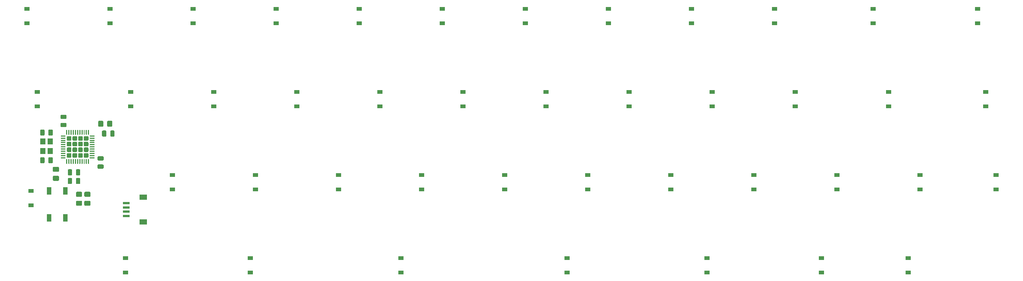
<source format=gbr>
G04 #@! TF.GenerationSoftware,KiCad,Pcbnew,5.1.5+dfsg1-2build2*
G04 #@! TF.CreationDate,2020-12-14T21:51:38+03:00*
G04 #@! TF.ProjectId,Rynok40,52796e6f-6b34-4302-9e6b-696361645f70,rev?*
G04 #@! TF.SameCoordinates,Original*
G04 #@! TF.FileFunction,Paste,Bot*
G04 #@! TF.FilePolarity,Positive*
%FSLAX46Y46*%
G04 Gerber Fmt 4.6, Leading zero omitted, Abs format (unit mm)*
G04 Created by KiCad (PCBNEW 5.1.5+dfsg1-2build2) date 2020-12-14 21:51:38*
%MOMM*%
%LPD*%
G04 APERTURE LIST*
%ADD10C,0.100000*%
%ADD11R,1.200000X1.400000*%
%ADD12R,1.100000X1.800000*%
%ADD13R,1.800000X1.200000*%
%ADD14R,1.550000X0.600000*%
%ADD15R,1.200000X0.900000*%
G04 APERTURE END LIST*
D10*
G36*
X118306190Y-214651712D02*
G01*
X118312257Y-214652612D01*
X118318207Y-214654102D01*
X118323982Y-214656169D01*
X118329526Y-214658791D01*
X118334787Y-214661944D01*
X118339714Y-214665598D01*
X118344258Y-214669717D01*
X118348377Y-214674261D01*
X118352031Y-214679188D01*
X118355184Y-214684449D01*
X118357806Y-214689993D01*
X118359873Y-214695768D01*
X118361363Y-214701718D01*
X118362263Y-214707785D01*
X118362564Y-214713911D01*
X118362564Y-214838911D01*
X118362263Y-214845037D01*
X118361363Y-214851104D01*
X118359873Y-214857054D01*
X118357806Y-214862829D01*
X118355184Y-214868373D01*
X118352031Y-214873634D01*
X118348377Y-214878561D01*
X118344258Y-214883105D01*
X118339714Y-214887224D01*
X118334787Y-214890878D01*
X118329526Y-214894031D01*
X118323982Y-214896653D01*
X118318207Y-214898720D01*
X118312257Y-214900210D01*
X118306190Y-214901110D01*
X118300064Y-214901411D01*
X117350064Y-214901411D01*
X117343938Y-214901110D01*
X117337871Y-214900210D01*
X117331921Y-214898720D01*
X117326146Y-214896653D01*
X117320602Y-214894031D01*
X117315341Y-214890878D01*
X117310414Y-214887224D01*
X117305870Y-214883105D01*
X117301751Y-214878561D01*
X117298097Y-214873634D01*
X117294944Y-214868373D01*
X117292322Y-214862829D01*
X117290255Y-214857054D01*
X117288765Y-214851104D01*
X117287865Y-214845037D01*
X117287564Y-214838911D01*
X117287564Y-214713911D01*
X117287865Y-214707785D01*
X117288765Y-214701718D01*
X117290255Y-214695768D01*
X117292322Y-214689993D01*
X117294944Y-214684449D01*
X117298097Y-214679188D01*
X117301751Y-214674261D01*
X117305870Y-214669717D01*
X117310414Y-214665598D01*
X117315341Y-214661944D01*
X117320602Y-214658791D01*
X117326146Y-214656169D01*
X117331921Y-214654102D01*
X117337871Y-214652612D01*
X117343938Y-214651712D01*
X117350064Y-214651411D01*
X118300064Y-214651411D01*
X118306190Y-214651712D01*
G37*
G36*
X118306190Y-214151712D02*
G01*
X118312257Y-214152612D01*
X118318207Y-214154102D01*
X118323982Y-214156169D01*
X118329526Y-214158791D01*
X118334787Y-214161944D01*
X118339714Y-214165598D01*
X118344258Y-214169717D01*
X118348377Y-214174261D01*
X118352031Y-214179188D01*
X118355184Y-214184449D01*
X118357806Y-214189993D01*
X118359873Y-214195768D01*
X118361363Y-214201718D01*
X118362263Y-214207785D01*
X118362564Y-214213911D01*
X118362564Y-214338911D01*
X118362263Y-214345037D01*
X118361363Y-214351104D01*
X118359873Y-214357054D01*
X118357806Y-214362829D01*
X118355184Y-214368373D01*
X118352031Y-214373634D01*
X118348377Y-214378561D01*
X118344258Y-214383105D01*
X118339714Y-214387224D01*
X118334787Y-214390878D01*
X118329526Y-214394031D01*
X118323982Y-214396653D01*
X118318207Y-214398720D01*
X118312257Y-214400210D01*
X118306190Y-214401110D01*
X118300064Y-214401411D01*
X117350064Y-214401411D01*
X117343938Y-214401110D01*
X117337871Y-214400210D01*
X117331921Y-214398720D01*
X117326146Y-214396653D01*
X117320602Y-214394031D01*
X117315341Y-214390878D01*
X117310414Y-214387224D01*
X117305870Y-214383105D01*
X117301751Y-214378561D01*
X117298097Y-214373634D01*
X117294944Y-214368373D01*
X117292322Y-214362829D01*
X117290255Y-214357054D01*
X117288765Y-214351104D01*
X117287865Y-214345037D01*
X117287564Y-214338911D01*
X117287564Y-214213911D01*
X117287865Y-214207785D01*
X117288765Y-214201718D01*
X117290255Y-214195768D01*
X117292322Y-214189993D01*
X117294944Y-214184449D01*
X117298097Y-214179188D01*
X117301751Y-214174261D01*
X117305870Y-214169717D01*
X117310414Y-214165598D01*
X117315341Y-214161944D01*
X117320602Y-214158791D01*
X117326146Y-214156169D01*
X117331921Y-214154102D01*
X117337871Y-214152612D01*
X117343938Y-214151712D01*
X117350064Y-214151411D01*
X118300064Y-214151411D01*
X118306190Y-214151712D01*
G37*
G36*
X118306190Y-213651712D02*
G01*
X118312257Y-213652612D01*
X118318207Y-213654102D01*
X118323982Y-213656169D01*
X118329526Y-213658791D01*
X118334787Y-213661944D01*
X118339714Y-213665598D01*
X118344258Y-213669717D01*
X118348377Y-213674261D01*
X118352031Y-213679188D01*
X118355184Y-213684449D01*
X118357806Y-213689993D01*
X118359873Y-213695768D01*
X118361363Y-213701718D01*
X118362263Y-213707785D01*
X118362564Y-213713911D01*
X118362564Y-213838911D01*
X118362263Y-213845037D01*
X118361363Y-213851104D01*
X118359873Y-213857054D01*
X118357806Y-213862829D01*
X118355184Y-213868373D01*
X118352031Y-213873634D01*
X118348377Y-213878561D01*
X118344258Y-213883105D01*
X118339714Y-213887224D01*
X118334787Y-213890878D01*
X118329526Y-213894031D01*
X118323982Y-213896653D01*
X118318207Y-213898720D01*
X118312257Y-213900210D01*
X118306190Y-213901110D01*
X118300064Y-213901411D01*
X117350064Y-213901411D01*
X117343938Y-213901110D01*
X117337871Y-213900210D01*
X117331921Y-213898720D01*
X117326146Y-213896653D01*
X117320602Y-213894031D01*
X117315341Y-213890878D01*
X117310414Y-213887224D01*
X117305870Y-213883105D01*
X117301751Y-213878561D01*
X117298097Y-213873634D01*
X117294944Y-213868373D01*
X117292322Y-213862829D01*
X117290255Y-213857054D01*
X117288765Y-213851104D01*
X117287865Y-213845037D01*
X117287564Y-213838911D01*
X117287564Y-213713911D01*
X117287865Y-213707785D01*
X117288765Y-213701718D01*
X117290255Y-213695768D01*
X117292322Y-213689993D01*
X117294944Y-213684449D01*
X117298097Y-213679188D01*
X117301751Y-213674261D01*
X117305870Y-213669717D01*
X117310414Y-213665598D01*
X117315341Y-213661944D01*
X117320602Y-213658791D01*
X117326146Y-213656169D01*
X117331921Y-213654102D01*
X117337871Y-213652612D01*
X117343938Y-213651712D01*
X117350064Y-213651411D01*
X118300064Y-213651411D01*
X118306190Y-213651712D01*
G37*
G36*
X118306190Y-213151712D02*
G01*
X118312257Y-213152612D01*
X118318207Y-213154102D01*
X118323982Y-213156169D01*
X118329526Y-213158791D01*
X118334787Y-213161944D01*
X118339714Y-213165598D01*
X118344258Y-213169717D01*
X118348377Y-213174261D01*
X118352031Y-213179188D01*
X118355184Y-213184449D01*
X118357806Y-213189993D01*
X118359873Y-213195768D01*
X118361363Y-213201718D01*
X118362263Y-213207785D01*
X118362564Y-213213911D01*
X118362564Y-213338911D01*
X118362263Y-213345037D01*
X118361363Y-213351104D01*
X118359873Y-213357054D01*
X118357806Y-213362829D01*
X118355184Y-213368373D01*
X118352031Y-213373634D01*
X118348377Y-213378561D01*
X118344258Y-213383105D01*
X118339714Y-213387224D01*
X118334787Y-213390878D01*
X118329526Y-213394031D01*
X118323982Y-213396653D01*
X118318207Y-213398720D01*
X118312257Y-213400210D01*
X118306190Y-213401110D01*
X118300064Y-213401411D01*
X117350064Y-213401411D01*
X117343938Y-213401110D01*
X117337871Y-213400210D01*
X117331921Y-213398720D01*
X117326146Y-213396653D01*
X117320602Y-213394031D01*
X117315341Y-213390878D01*
X117310414Y-213387224D01*
X117305870Y-213383105D01*
X117301751Y-213378561D01*
X117298097Y-213373634D01*
X117294944Y-213368373D01*
X117292322Y-213362829D01*
X117290255Y-213357054D01*
X117288765Y-213351104D01*
X117287865Y-213345037D01*
X117287564Y-213338911D01*
X117287564Y-213213911D01*
X117287865Y-213207785D01*
X117288765Y-213201718D01*
X117290255Y-213195768D01*
X117292322Y-213189993D01*
X117294944Y-213184449D01*
X117298097Y-213179188D01*
X117301751Y-213174261D01*
X117305870Y-213169717D01*
X117310414Y-213165598D01*
X117315341Y-213161944D01*
X117320602Y-213158791D01*
X117326146Y-213156169D01*
X117331921Y-213154102D01*
X117337871Y-213152612D01*
X117343938Y-213151712D01*
X117350064Y-213151411D01*
X118300064Y-213151411D01*
X118306190Y-213151712D01*
G37*
G36*
X118306190Y-212651712D02*
G01*
X118312257Y-212652612D01*
X118318207Y-212654102D01*
X118323982Y-212656169D01*
X118329526Y-212658791D01*
X118334787Y-212661944D01*
X118339714Y-212665598D01*
X118344258Y-212669717D01*
X118348377Y-212674261D01*
X118352031Y-212679188D01*
X118355184Y-212684449D01*
X118357806Y-212689993D01*
X118359873Y-212695768D01*
X118361363Y-212701718D01*
X118362263Y-212707785D01*
X118362564Y-212713911D01*
X118362564Y-212838911D01*
X118362263Y-212845037D01*
X118361363Y-212851104D01*
X118359873Y-212857054D01*
X118357806Y-212862829D01*
X118355184Y-212868373D01*
X118352031Y-212873634D01*
X118348377Y-212878561D01*
X118344258Y-212883105D01*
X118339714Y-212887224D01*
X118334787Y-212890878D01*
X118329526Y-212894031D01*
X118323982Y-212896653D01*
X118318207Y-212898720D01*
X118312257Y-212900210D01*
X118306190Y-212901110D01*
X118300064Y-212901411D01*
X117350064Y-212901411D01*
X117343938Y-212901110D01*
X117337871Y-212900210D01*
X117331921Y-212898720D01*
X117326146Y-212896653D01*
X117320602Y-212894031D01*
X117315341Y-212890878D01*
X117310414Y-212887224D01*
X117305870Y-212883105D01*
X117301751Y-212878561D01*
X117298097Y-212873634D01*
X117294944Y-212868373D01*
X117292322Y-212862829D01*
X117290255Y-212857054D01*
X117288765Y-212851104D01*
X117287865Y-212845037D01*
X117287564Y-212838911D01*
X117287564Y-212713911D01*
X117287865Y-212707785D01*
X117288765Y-212701718D01*
X117290255Y-212695768D01*
X117292322Y-212689993D01*
X117294944Y-212684449D01*
X117298097Y-212679188D01*
X117301751Y-212674261D01*
X117305870Y-212669717D01*
X117310414Y-212665598D01*
X117315341Y-212661944D01*
X117320602Y-212658791D01*
X117326146Y-212656169D01*
X117331921Y-212654102D01*
X117337871Y-212652612D01*
X117343938Y-212651712D01*
X117350064Y-212651411D01*
X118300064Y-212651411D01*
X118306190Y-212651712D01*
G37*
G36*
X118306190Y-212151712D02*
G01*
X118312257Y-212152612D01*
X118318207Y-212154102D01*
X118323982Y-212156169D01*
X118329526Y-212158791D01*
X118334787Y-212161944D01*
X118339714Y-212165598D01*
X118344258Y-212169717D01*
X118348377Y-212174261D01*
X118352031Y-212179188D01*
X118355184Y-212184449D01*
X118357806Y-212189993D01*
X118359873Y-212195768D01*
X118361363Y-212201718D01*
X118362263Y-212207785D01*
X118362564Y-212213911D01*
X118362564Y-212338911D01*
X118362263Y-212345037D01*
X118361363Y-212351104D01*
X118359873Y-212357054D01*
X118357806Y-212362829D01*
X118355184Y-212368373D01*
X118352031Y-212373634D01*
X118348377Y-212378561D01*
X118344258Y-212383105D01*
X118339714Y-212387224D01*
X118334787Y-212390878D01*
X118329526Y-212394031D01*
X118323982Y-212396653D01*
X118318207Y-212398720D01*
X118312257Y-212400210D01*
X118306190Y-212401110D01*
X118300064Y-212401411D01*
X117350064Y-212401411D01*
X117343938Y-212401110D01*
X117337871Y-212400210D01*
X117331921Y-212398720D01*
X117326146Y-212396653D01*
X117320602Y-212394031D01*
X117315341Y-212390878D01*
X117310414Y-212387224D01*
X117305870Y-212383105D01*
X117301751Y-212378561D01*
X117298097Y-212373634D01*
X117294944Y-212368373D01*
X117292322Y-212362829D01*
X117290255Y-212357054D01*
X117288765Y-212351104D01*
X117287865Y-212345037D01*
X117287564Y-212338911D01*
X117287564Y-212213911D01*
X117287865Y-212207785D01*
X117288765Y-212201718D01*
X117290255Y-212195768D01*
X117292322Y-212189993D01*
X117294944Y-212184449D01*
X117298097Y-212179188D01*
X117301751Y-212174261D01*
X117305870Y-212169717D01*
X117310414Y-212165598D01*
X117315341Y-212161944D01*
X117320602Y-212158791D01*
X117326146Y-212156169D01*
X117331921Y-212154102D01*
X117337871Y-212152612D01*
X117343938Y-212151712D01*
X117350064Y-212151411D01*
X118300064Y-212151411D01*
X118306190Y-212151712D01*
G37*
G36*
X118306190Y-211651712D02*
G01*
X118312257Y-211652612D01*
X118318207Y-211654102D01*
X118323982Y-211656169D01*
X118329526Y-211658791D01*
X118334787Y-211661944D01*
X118339714Y-211665598D01*
X118344258Y-211669717D01*
X118348377Y-211674261D01*
X118352031Y-211679188D01*
X118355184Y-211684449D01*
X118357806Y-211689993D01*
X118359873Y-211695768D01*
X118361363Y-211701718D01*
X118362263Y-211707785D01*
X118362564Y-211713911D01*
X118362564Y-211838911D01*
X118362263Y-211845037D01*
X118361363Y-211851104D01*
X118359873Y-211857054D01*
X118357806Y-211862829D01*
X118355184Y-211868373D01*
X118352031Y-211873634D01*
X118348377Y-211878561D01*
X118344258Y-211883105D01*
X118339714Y-211887224D01*
X118334787Y-211890878D01*
X118329526Y-211894031D01*
X118323982Y-211896653D01*
X118318207Y-211898720D01*
X118312257Y-211900210D01*
X118306190Y-211901110D01*
X118300064Y-211901411D01*
X117350064Y-211901411D01*
X117343938Y-211901110D01*
X117337871Y-211900210D01*
X117331921Y-211898720D01*
X117326146Y-211896653D01*
X117320602Y-211894031D01*
X117315341Y-211890878D01*
X117310414Y-211887224D01*
X117305870Y-211883105D01*
X117301751Y-211878561D01*
X117298097Y-211873634D01*
X117294944Y-211868373D01*
X117292322Y-211862829D01*
X117290255Y-211857054D01*
X117288765Y-211851104D01*
X117287865Y-211845037D01*
X117287564Y-211838911D01*
X117287564Y-211713911D01*
X117287865Y-211707785D01*
X117288765Y-211701718D01*
X117290255Y-211695768D01*
X117292322Y-211689993D01*
X117294944Y-211684449D01*
X117298097Y-211679188D01*
X117301751Y-211674261D01*
X117305870Y-211669717D01*
X117310414Y-211665598D01*
X117315341Y-211661944D01*
X117320602Y-211658791D01*
X117326146Y-211656169D01*
X117331921Y-211654102D01*
X117337871Y-211652612D01*
X117343938Y-211651712D01*
X117350064Y-211651411D01*
X118300064Y-211651411D01*
X118306190Y-211651712D01*
G37*
G36*
X118306190Y-211151712D02*
G01*
X118312257Y-211152612D01*
X118318207Y-211154102D01*
X118323982Y-211156169D01*
X118329526Y-211158791D01*
X118334787Y-211161944D01*
X118339714Y-211165598D01*
X118344258Y-211169717D01*
X118348377Y-211174261D01*
X118352031Y-211179188D01*
X118355184Y-211184449D01*
X118357806Y-211189993D01*
X118359873Y-211195768D01*
X118361363Y-211201718D01*
X118362263Y-211207785D01*
X118362564Y-211213911D01*
X118362564Y-211338911D01*
X118362263Y-211345037D01*
X118361363Y-211351104D01*
X118359873Y-211357054D01*
X118357806Y-211362829D01*
X118355184Y-211368373D01*
X118352031Y-211373634D01*
X118348377Y-211378561D01*
X118344258Y-211383105D01*
X118339714Y-211387224D01*
X118334787Y-211390878D01*
X118329526Y-211394031D01*
X118323982Y-211396653D01*
X118318207Y-211398720D01*
X118312257Y-211400210D01*
X118306190Y-211401110D01*
X118300064Y-211401411D01*
X117350064Y-211401411D01*
X117343938Y-211401110D01*
X117337871Y-211400210D01*
X117331921Y-211398720D01*
X117326146Y-211396653D01*
X117320602Y-211394031D01*
X117315341Y-211390878D01*
X117310414Y-211387224D01*
X117305870Y-211383105D01*
X117301751Y-211378561D01*
X117298097Y-211373634D01*
X117294944Y-211368373D01*
X117292322Y-211362829D01*
X117290255Y-211357054D01*
X117288765Y-211351104D01*
X117287865Y-211345037D01*
X117287564Y-211338911D01*
X117287564Y-211213911D01*
X117287865Y-211207785D01*
X117288765Y-211201718D01*
X117290255Y-211195768D01*
X117292322Y-211189993D01*
X117294944Y-211184449D01*
X117298097Y-211179188D01*
X117301751Y-211174261D01*
X117305870Y-211169717D01*
X117310414Y-211165598D01*
X117315341Y-211161944D01*
X117320602Y-211158791D01*
X117326146Y-211156169D01*
X117331921Y-211154102D01*
X117337871Y-211152612D01*
X117343938Y-211151712D01*
X117350064Y-211151411D01*
X118300064Y-211151411D01*
X118306190Y-211151712D01*
G37*
G36*
X118306190Y-210651712D02*
G01*
X118312257Y-210652612D01*
X118318207Y-210654102D01*
X118323982Y-210656169D01*
X118329526Y-210658791D01*
X118334787Y-210661944D01*
X118339714Y-210665598D01*
X118344258Y-210669717D01*
X118348377Y-210674261D01*
X118352031Y-210679188D01*
X118355184Y-210684449D01*
X118357806Y-210689993D01*
X118359873Y-210695768D01*
X118361363Y-210701718D01*
X118362263Y-210707785D01*
X118362564Y-210713911D01*
X118362564Y-210838911D01*
X118362263Y-210845037D01*
X118361363Y-210851104D01*
X118359873Y-210857054D01*
X118357806Y-210862829D01*
X118355184Y-210868373D01*
X118352031Y-210873634D01*
X118348377Y-210878561D01*
X118344258Y-210883105D01*
X118339714Y-210887224D01*
X118334787Y-210890878D01*
X118329526Y-210894031D01*
X118323982Y-210896653D01*
X118318207Y-210898720D01*
X118312257Y-210900210D01*
X118306190Y-210901110D01*
X118300064Y-210901411D01*
X117350064Y-210901411D01*
X117343938Y-210901110D01*
X117337871Y-210900210D01*
X117331921Y-210898720D01*
X117326146Y-210896653D01*
X117320602Y-210894031D01*
X117315341Y-210890878D01*
X117310414Y-210887224D01*
X117305870Y-210883105D01*
X117301751Y-210878561D01*
X117298097Y-210873634D01*
X117294944Y-210868373D01*
X117292322Y-210862829D01*
X117290255Y-210857054D01*
X117288765Y-210851104D01*
X117287865Y-210845037D01*
X117287564Y-210838911D01*
X117287564Y-210713911D01*
X117287865Y-210707785D01*
X117288765Y-210701718D01*
X117290255Y-210695768D01*
X117292322Y-210689993D01*
X117294944Y-210684449D01*
X117298097Y-210679188D01*
X117301751Y-210674261D01*
X117305870Y-210669717D01*
X117310414Y-210665598D01*
X117315341Y-210661944D01*
X117320602Y-210658791D01*
X117326146Y-210656169D01*
X117331921Y-210654102D01*
X117337871Y-210652612D01*
X117343938Y-210651712D01*
X117350064Y-210651411D01*
X118300064Y-210651411D01*
X118306190Y-210651712D01*
G37*
G36*
X118306190Y-210151712D02*
G01*
X118312257Y-210152612D01*
X118318207Y-210154102D01*
X118323982Y-210156169D01*
X118329526Y-210158791D01*
X118334787Y-210161944D01*
X118339714Y-210165598D01*
X118344258Y-210169717D01*
X118348377Y-210174261D01*
X118352031Y-210179188D01*
X118355184Y-210184449D01*
X118357806Y-210189993D01*
X118359873Y-210195768D01*
X118361363Y-210201718D01*
X118362263Y-210207785D01*
X118362564Y-210213911D01*
X118362564Y-210338911D01*
X118362263Y-210345037D01*
X118361363Y-210351104D01*
X118359873Y-210357054D01*
X118357806Y-210362829D01*
X118355184Y-210368373D01*
X118352031Y-210373634D01*
X118348377Y-210378561D01*
X118344258Y-210383105D01*
X118339714Y-210387224D01*
X118334787Y-210390878D01*
X118329526Y-210394031D01*
X118323982Y-210396653D01*
X118318207Y-210398720D01*
X118312257Y-210400210D01*
X118306190Y-210401110D01*
X118300064Y-210401411D01*
X117350064Y-210401411D01*
X117343938Y-210401110D01*
X117337871Y-210400210D01*
X117331921Y-210398720D01*
X117326146Y-210396653D01*
X117320602Y-210394031D01*
X117315341Y-210390878D01*
X117310414Y-210387224D01*
X117305870Y-210383105D01*
X117301751Y-210378561D01*
X117298097Y-210373634D01*
X117294944Y-210368373D01*
X117292322Y-210362829D01*
X117290255Y-210357054D01*
X117288765Y-210351104D01*
X117287865Y-210345037D01*
X117287564Y-210338911D01*
X117287564Y-210213911D01*
X117287865Y-210207785D01*
X117288765Y-210201718D01*
X117290255Y-210195768D01*
X117292322Y-210189993D01*
X117294944Y-210184449D01*
X117298097Y-210179188D01*
X117301751Y-210174261D01*
X117305870Y-210169717D01*
X117310414Y-210165598D01*
X117315341Y-210161944D01*
X117320602Y-210158791D01*
X117326146Y-210156169D01*
X117331921Y-210154102D01*
X117337871Y-210152612D01*
X117343938Y-210151712D01*
X117350064Y-210151411D01*
X118300064Y-210151411D01*
X118306190Y-210151712D01*
G37*
G36*
X118306190Y-209651712D02*
G01*
X118312257Y-209652612D01*
X118318207Y-209654102D01*
X118323982Y-209656169D01*
X118329526Y-209658791D01*
X118334787Y-209661944D01*
X118339714Y-209665598D01*
X118344258Y-209669717D01*
X118348377Y-209674261D01*
X118352031Y-209679188D01*
X118355184Y-209684449D01*
X118357806Y-209689993D01*
X118359873Y-209695768D01*
X118361363Y-209701718D01*
X118362263Y-209707785D01*
X118362564Y-209713911D01*
X118362564Y-209838911D01*
X118362263Y-209845037D01*
X118361363Y-209851104D01*
X118359873Y-209857054D01*
X118357806Y-209862829D01*
X118355184Y-209868373D01*
X118352031Y-209873634D01*
X118348377Y-209878561D01*
X118344258Y-209883105D01*
X118339714Y-209887224D01*
X118334787Y-209890878D01*
X118329526Y-209894031D01*
X118323982Y-209896653D01*
X118318207Y-209898720D01*
X118312257Y-209900210D01*
X118306190Y-209901110D01*
X118300064Y-209901411D01*
X117350064Y-209901411D01*
X117343938Y-209901110D01*
X117337871Y-209900210D01*
X117331921Y-209898720D01*
X117326146Y-209896653D01*
X117320602Y-209894031D01*
X117315341Y-209890878D01*
X117310414Y-209887224D01*
X117305870Y-209883105D01*
X117301751Y-209878561D01*
X117298097Y-209873634D01*
X117294944Y-209868373D01*
X117292322Y-209862829D01*
X117290255Y-209857054D01*
X117288765Y-209851104D01*
X117287865Y-209845037D01*
X117287564Y-209838911D01*
X117287564Y-209713911D01*
X117287865Y-209707785D01*
X117288765Y-209701718D01*
X117290255Y-209695768D01*
X117292322Y-209689993D01*
X117294944Y-209684449D01*
X117298097Y-209679188D01*
X117301751Y-209674261D01*
X117305870Y-209669717D01*
X117310414Y-209665598D01*
X117315341Y-209661944D01*
X117320602Y-209658791D01*
X117326146Y-209656169D01*
X117331921Y-209654102D01*
X117337871Y-209652612D01*
X117343938Y-209651712D01*
X117350064Y-209651411D01*
X118300064Y-209651411D01*
X118306190Y-209651712D01*
G37*
G36*
X117056190Y-208401712D02*
G01*
X117062257Y-208402612D01*
X117068207Y-208404102D01*
X117073982Y-208406169D01*
X117079526Y-208408791D01*
X117084787Y-208411944D01*
X117089714Y-208415598D01*
X117094258Y-208419717D01*
X117098377Y-208424261D01*
X117102031Y-208429188D01*
X117105184Y-208434449D01*
X117107806Y-208439993D01*
X117109873Y-208445768D01*
X117111363Y-208451718D01*
X117112263Y-208457785D01*
X117112564Y-208463911D01*
X117112564Y-209413911D01*
X117112263Y-209420037D01*
X117111363Y-209426104D01*
X117109873Y-209432054D01*
X117107806Y-209437829D01*
X117105184Y-209443373D01*
X117102031Y-209448634D01*
X117098377Y-209453561D01*
X117094258Y-209458105D01*
X117089714Y-209462224D01*
X117084787Y-209465878D01*
X117079526Y-209469031D01*
X117073982Y-209471653D01*
X117068207Y-209473720D01*
X117062257Y-209475210D01*
X117056190Y-209476110D01*
X117050064Y-209476411D01*
X116925064Y-209476411D01*
X116918938Y-209476110D01*
X116912871Y-209475210D01*
X116906921Y-209473720D01*
X116901146Y-209471653D01*
X116895602Y-209469031D01*
X116890341Y-209465878D01*
X116885414Y-209462224D01*
X116880870Y-209458105D01*
X116876751Y-209453561D01*
X116873097Y-209448634D01*
X116869944Y-209443373D01*
X116867322Y-209437829D01*
X116865255Y-209432054D01*
X116863765Y-209426104D01*
X116862865Y-209420037D01*
X116862564Y-209413911D01*
X116862564Y-208463911D01*
X116862865Y-208457785D01*
X116863765Y-208451718D01*
X116865255Y-208445768D01*
X116867322Y-208439993D01*
X116869944Y-208434449D01*
X116873097Y-208429188D01*
X116876751Y-208424261D01*
X116880870Y-208419717D01*
X116885414Y-208415598D01*
X116890341Y-208411944D01*
X116895602Y-208408791D01*
X116901146Y-208406169D01*
X116906921Y-208404102D01*
X116912871Y-208402612D01*
X116918938Y-208401712D01*
X116925064Y-208401411D01*
X117050064Y-208401411D01*
X117056190Y-208401712D01*
G37*
G36*
X116556190Y-208401712D02*
G01*
X116562257Y-208402612D01*
X116568207Y-208404102D01*
X116573982Y-208406169D01*
X116579526Y-208408791D01*
X116584787Y-208411944D01*
X116589714Y-208415598D01*
X116594258Y-208419717D01*
X116598377Y-208424261D01*
X116602031Y-208429188D01*
X116605184Y-208434449D01*
X116607806Y-208439993D01*
X116609873Y-208445768D01*
X116611363Y-208451718D01*
X116612263Y-208457785D01*
X116612564Y-208463911D01*
X116612564Y-209413911D01*
X116612263Y-209420037D01*
X116611363Y-209426104D01*
X116609873Y-209432054D01*
X116607806Y-209437829D01*
X116605184Y-209443373D01*
X116602031Y-209448634D01*
X116598377Y-209453561D01*
X116594258Y-209458105D01*
X116589714Y-209462224D01*
X116584787Y-209465878D01*
X116579526Y-209469031D01*
X116573982Y-209471653D01*
X116568207Y-209473720D01*
X116562257Y-209475210D01*
X116556190Y-209476110D01*
X116550064Y-209476411D01*
X116425064Y-209476411D01*
X116418938Y-209476110D01*
X116412871Y-209475210D01*
X116406921Y-209473720D01*
X116401146Y-209471653D01*
X116395602Y-209469031D01*
X116390341Y-209465878D01*
X116385414Y-209462224D01*
X116380870Y-209458105D01*
X116376751Y-209453561D01*
X116373097Y-209448634D01*
X116369944Y-209443373D01*
X116367322Y-209437829D01*
X116365255Y-209432054D01*
X116363765Y-209426104D01*
X116362865Y-209420037D01*
X116362564Y-209413911D01*
X116362564Y-208463911D01*
X116362865Y-208457785D01*
X116363765Y-208451718D01*
X116365255Y-208445768D01*
X116367322Y-208439993D01*
X116369944Y-208434449D01*
X116373097Y-208429188D01*
X116376751Y-208424261D01*
X116380870Y-208419717D01*
X116385414Y-208415598D01*
X116390341Y-208411944D01*
X116395602Y-208408791D01*
X116401146Y-208406169D01*
X116406921Y-208404102D01*
X116412871Y-208402612D01*
X116418938Y-208401712D01*
X116425064Y-208401411D01*
X116550064Y-208401411D01*
X116556190Y-208401712D01*
G37*
G36*
X116056190Y-208401712D02*
G01*
X116062257Y-208402612D01*
X116068207Y-208404102D01*
X116073982Y-208406169D01*
X116079526Y-208408791D01*
X116084787Y-208411944D01*
X116089714Y-208415598D01*
X116094258Y-208419717D01*
X116098377Y-208424261D01*
X116102031Y-208429188D01*
X116105184Y-208434449D01*
X116107806Y-208439993D01*
X116109873Y-208445768D01*
X116111363Y-208451718D01*
X116112263Y-208457785D01*
X116112564Y-208463911D01*
X116112564Y-209413911D01*
X116112263Y-209420037D01*
X116111363Y-209426104D01*
X116109873Y-209432054D01*
X116107806Y-209437829D01*
X116105184Y-209443373D01*
X116102031Y-209448634D01*
X116098377Y-209453561D01*
X116094258Y-209458105D01*
X116089714Y-209462224D01*
X116084787Y-209465878D01*
X116079526Y-209469031D01*
X116073982Y-209471653D01*
X116068207Y-209473720D01*
X116062257Y-209475210D01*
X116056190Y-209476110D01*
X116050064Y-209476411D01*
X115925064Y-209476411D01*
X115918938Y-209476110D01*
X115912871Y-209475210D01*
X115906921Y-209473720D01*
X115901146Y-209471653D01*
X115895602Y-209469031D01*
X115890341Y-209465878D01*
X115885414Y-209462224D01*
X115880870Y-209458105D01*
X115876751Y-209453561D01*
X115873097Y-209448634D01*
X115869944Y-209443373D01*
X115867322Y-209437829D01*
X115865255Y-209432054D01*
X115863765Y-209426104D01*
X115862865Y-209420037D01*
X115862564Y-209413911D01*
X115862564Y-208463911D01*
X115862865Y-208457785D01*
X115863765Y-208451718D01*
X115865255Y-208445768D01*
X115867322Y-208439993D01*
X115869944Y-208434449D01*
X115873097Y-208429188D01*
X115876751Y-208424261D01*
X115880870Y-208419717D01*
X115885414Y-208415598D01*
X115890341Y-208411944D01*
X115895602Y-208408791D01*
X115901146Y-208406169D01*
X115906921Y-208404102D01*
X115912871Y-208402612D01*
X115918938Y-208401712D01*
X115925064Y-208401411D01*
X116050064Y-208401411D01*
X116056190Y-208401712D01*
G37*
G36*
X115556190Y-208401712D02*
G01*
X115562257Y-208402612D01*
X115568207Y-208404102D01*
X115573982Y-208406169D01*
X115579526Y-208408791D01*
X115584787Y-208411944D01*
X115589714Y-208415598D01*
X115594258Y-208419717D01*
X115598377Y-208424261D01*
X115602031Y-208429188D01*
X115605184Y-208434449D01*
X115607806Y-208439993D01*
X115609873Y-208445768D01*
X115611363Y-208451718D01*
X115612263Y-208457785D01*
X115612564Y-208463911D01*
X115612564Y-209413911D01*
X115612263Y-209420037D01*
X115611363Y-209426104D01*
X115609873Y-209432054D01*
X115607806Y-209437829D01*
X115605184Y-209443373D01*
X115602031Y-209448634D01*
X115598377Y-209453561D01*
X115594258Y-209458105D01*
X115589714Y-209462224D01*
X115584787Y-209465878D01*
X115579526Y-209469031D01*
X115573982Y-209471653D01*
X115568207Y-209473720D01*
X115562257Y-209475210D01*
X115556190Y-209476110D01*
X115550064Y-209476411D01*
X115425064Y-209476411D01*
X115418938Y-209476110D01*
X115412871Y-209475210D01*
X115406921Y-209473720D01*
X115401146Y-209471653D01*
X115395602Y-209469031D01*
X115390341Y-209465878D01*
X115385414Y-209462224D01*
X115380870Y-209458105D01*
X115376751Y-209453561D01*
X115373097Y-209448634D01*
X115369944Y-209443373D01*
X115367322Y-209437829D01*
X115365255Y-209432054D01*
X115363765Y-209426104D01*
X115362865Y-209420037D01*
X115362564Y-209413911D01*
X115362564Y-208463911D01*
X115362865Y-208457785D01*
X115363765Y-208451718D01*
X115365255Y-208445768D01*
X115367322Y-208439993D01*
X115369944Y-208434449D01*
X115373097Y-208429188D01*
X115376751Y-208424261D01*
X115380870Y-208419717D01*
X115385414Y-208415598D01*
X115390341Y-208411944D01*
X115395602Y-208408791D01*
X115401146Y-208406169D01*
X115406921Y-208404102D01*
X115412871Y-208402612D01*
X115418938Y-208401712D01*
X115425064Y-208401411D01*
X115550064Y-208401411D01*
X115556190Y-208401712D01*
G37*
G36*
X115056190Y-208401712D02*
G01*
X115062257Y-208402612D01*
X115068207Y-208404102D01*
X115073982Y-208406169D01*
X115079526Y-208408791D01*
X115084787Y-208411944D01*
X115089714Y-208415598D01*
X115094258Y-208419717D01*
X115098377Y-208424261D01*
X115102031Y-208429188D01*
X115105184Y-208434449D01*
X115107806Y-208439993D01*
X115109873Y-208445768D01*
X115111363Y-208451718D01*
X115112263Y-208457785D01*
X115112564Y-208463911D01*
X115112564Y-209413911D01*
X115112263Y-209420037D01*
X115111363Y-209426104D01*
X115109873Y-209432054D01*
X115107806Y-209437829D01*
X115105184Y-209443373D01*
X115102031Y-209448634D01*
X115098377Y-209453561D01*
X115094258Y-209458105D01*
X115089714Y-209462224D01*
X115084787Y-209465878D01*
X115079526Y-209469031D01*
X115073982Y-209471653D01*
X115068207Y-209473720D01*
X115062257Y-209475210D01*
X115056190Y-209476110D01*
X115050064Y-209476411D01*
X114925064Y-209476411D01*
X114918938Y-209476110D01*
X114912871Y-209475210D01*
X114906921Y-209473720D01*
X114901146Y-209471653D01*
X114895602Y-209469031D01*
X114890341Y-209465878D01*
X114885414Y-209462224D01*
X114880870Y-209458105D01*
X114876751Y-209453561D01*
X114873097Y-209448634D01*
X114869944Y-209443373D01*
X114867322Y-209437829D01*
X114865255Y-209432054D01*
X114863765Y-209426104D01*
X114862865Y-209420037D01*
X114862564Y-209413911D01*
X114862564Y-208463911D01*
X114862865Y-208457785D01*
X114863765Y-208451718D01*
X114865255Y-208445768D01*
X114867322Y-208439993D01*
X114869944Y-208434449D01*
X114873097Y-208429188D01*
X114876751Y-208424261D01*
X114880870Y-208419717D01*
X114885414Y-208415598D01*
X114890341Y-208411944D01*
X114895602Y-208408791D01*
X114901146Y-208406169D01*
X114906921Y-208404102D01*
X114912871Y-208402612D01*
X114918938Y-208401712D01*
X114925064Y-208401411D01*
X115050064Y-208401411D01*
X115056190Y-208401712D01*
G37*
G36*
X114556190Y-208401712D02*
G01*
X114562257Y-208402612D01*
X114568207Y-208404102D01*
X114573982Y-208406169D01*
X114579526Y-208408791D01*
X114584787Y-208411944D01*
X114589714Y-208415598D01*
X114594258Y-208419717D01*
X114598377Y-208424261D01*
X114602031Y-208429188D01*
X114605184Y-208434449D01*
X114607806Y-208439993D01*
X114609873Y-208445768D01*
X114611363Y-208451718D01*
X114612263Y-208457785D01*
X114612564Y-208463911D01*
X114612564Y-209413911D01*
X114612263Y-209420037D01*
X114611363Y-209426104D01*
X114609873Y-209432054D01*
X114607806Y-209437829D01*
X114605184Y-209443373D01*
X114602031Y-209448634D01*
X114598377Y-209453561D01*
X114594258Y-209458105D01*
X114589714Y-209462224D01*
X114584787Y-209465878D01*
X114579526Y-209469031D01*
X114573982Y-209471653D01*
X114568207Y-209473720D01*
X114562257Y-209475210D01*
X114556190Y-209476110D01*
X114550064Y-209476411D01*
X114425064Y-209476411D01*
X114418938Y-209476110D01*
X114412871Y-209475210D01*
X114406921Y-209473720D01*
X114401146Y-209471653D01*
X114395602Y-209469031D01*
X114390341Y-209465878D01*
X114385414Y-209462224D01*
X114380870Y-209458105D01*
X114376751Y-209453561D01*
X114373097Y-209448634D01*
X114369944Y-209443373D01*
X114367322Y-209437829D01*
X114365255Y-209432054D01*
X114363765Y-209426104D01*
X114362865Y-209420037D01*
X114362564Y-209413911D01*
X114362564Y-208463911D01*
X114362865Y-208457785D01*
X114363765Y-208451718D01*
X114365255Y-208445768D01*
X114367322Y-208439993D01*
X114369944Y-208434449D01*
X114373097Y-208429188D01*
X114376751Y-208424261D01*
X114380870Y-208419717D01*
X114385414Y-208415598D01*
X114390341Y-208411944D01*
X114395602Y-208408791D01*
X114401146Y-208406169D01*
X114406921Y-208404102D01*
X114412871Y-208402612D01*
X114418938Y-208401712D01*
X114425064Y-208401411D01*
X114550064Y-208401411D01*
X114556190Y-208401712D01*
G37*
G36*
X114056190Y-208401712D02*
G01*
X114062257Y-208402612D01*
X114068207Y-208404102D01*
X114073982Y-208406169D01*
X114079526Y-208408791D01*
X114084787Y-208411944D01*
X114089714Y-208415598D01*
X114094258Y-208419717D01*
X114098377Y-208424261D01*
X114102031Y-208429188D01*
X114105184Y-208434449D01*
X114107806Y-208439993D01*
X114109873Y-208445768D01*
X114111363Y-208451718D01*
X114112263Y-208457785D01*
X114112564Y-208463911D01*
X114112564Y-209413911D01*
X114112263Y-209420037D01*
X114111363Y-209426104D01*
X114109873Y-209432054D01*
X114107806Y-209437829D01*
X114105184Y-209443373D01*
X114102031Y-209448634D01*
X114098377Y-209453561D01*
X114094258Y-209458105D01*
X114089714Y-209462224D01*
X114084787Y-209465878D01*
X114079526Y-209469031D01*
X114073982Y-209471653D01*
X114068207Y-209473720D01*
X114062257Y-209475210D01*
X114056190Y-209476110D01*
X114050064Y-209476411D01*
X113925064Y-209476411D01*
X113918938Y-209476110D01*
X113912871Y-209475210D01*
X113906921Y-209473720D01*
X113901146Y-209471653D01*
X113895602Y-209469031D01*
X113890341Y-209465878D01*
X113885414Y-209462224D01*
X113880870Y-209458105D01*
X113876751Y-209453561D01*
X113873097Y-209448634D01*
X113869944Y-209443373D01*
X113867322Y-209437829D01*
X113865255Y-209432054D01*
X113863765Y-209426104D01*
X113862865Y-209420037D01*
X113862564Y-209413911D01*
X113862564Y-208463911D01*
X113862865Y-208457785D01*
X113863765Y-208451718D01*
X113865255Y-208445768D01*
X113867322Y-208439993D01*
X113869944Y-208434449D01*
X113873097Y-208429188D01*
X113876751Y-208424261D01*
X113880870Y-208419717D01*
X113885414Y-208415598D01*
X113890341Y-208411944D01*
X113895602Y-208408791D01*
X113901146Y-208406169D01*
X113906921Y-208404102D01*
X113912871Y-208402612D01*
X113918938Y-208401712D01*
X113925064Y-208401411D01*
X114050064Y-208401411D01*
X114056190Y-208401712D01*
G37*
G36*
X113556190Y-208401712D02*
G01*
X113562257Y-208402612D01*
X113568207Y-208404102D01*
X113573982Y-208406169D01*
X113579526Y-208408791D01*
X113584787Y-208411944D01*
X113589714Y-208415598D01*
X113594258Y-208419717D01*
X113598377Y-208424261D01*
X113602031Y-208429188D01*
X113605184Y-208434449D01*
X113607806Y-208439993D01*
X113609873Y-208445768D01*
X113611363Y-208451718D01*
X113612263Y-208457785D01*
X113612564Y-208463911D01*
X113612564Y-209413911D01*
X113612263Y-209420037D01*
X113611363Y-209426104D01*
X113609873Y-209432054D01*
X113607806Y-209437829D01*
X113605184Y-209443373D01*
X113602031Y-209448634D01*
X113598377Y-209453561D01*
X113594258Y-209458105D01*
X113589714Y-209462224D01*
X113584787Y-209465878D01*
X113579526Y-209469031D01*
X113573982Y-209471653D01*
X113568207Y-209473720D01*
X113562257Y-209475210D01*
X113556190Y-209476110D01*
X113550064Y-209476411D01*
X113425064Y-209476411D01*
X113418938Y-209476110D01*
X113412871Y-209475210D01*
X113406921Y-209473720D01*
X113401146Y-209471653D01*
X113395602Y-209469031D01*
X113390341Y-209465878D01*
X113385414Y-209462224D01*
X113380870Y-209458105D01*
X113376751Y-209453561D01*
X113373097Y-209448634D01*
X113369944Y-209443373D01*
X113367322Y-209437829D01*
X113365255Y-209432054D01*
X113363765Y-209426104D01*
X113362865Y-209420037D01*
X113362564Y-209413911D01*
X113362564Y-208463911D01*
X113362865Y-208457785D01*
X113363765Y-208451718D01*
X113365255Y-208445768D01*
X113367322Y-208439993D01*
X113369944Y-208434449D01*
X113373097Y-208429188D01*
X113376751Y-208424261D01*
X113380870Y-208419717D01*
X113385414Y-208415598D01*
X113390341Y-208411944D01*
X113395602Y-208408791D01*
X113401146Y-208406169D01*
X113406921Y-208404102D01*
X113412871Y-208402612D01*
X113418938Y-208401712D01*
X113425064Y-208401411D01*
X113550064Y-208401411D01*
X113556190Y-208401712D01*
G37*
G36*
X113056190Y-208401712D02*
G01*
X113062257Y-208402612D01*
X113068207Y-208404102D01*
X113073982Y-208406169D01*
X113079526Y-208408791D01*
X113084787Y-208411944D01*
X113089714Y-208415598D01*
X113094258Y-208419717D01*
X113098377Y-208424261D01*
X113102031Y-208429188D01*
X113105184Y-208434449D01*
X113107806Y-208439993D01*
X113109873Y-208445768D01*
X113111363Y-208451718D01*
X113112263Y-208457785D01*
X113112564Y-208463911D01*
X113112564Y-209413911D01*
X113112263Y-209420037D01*
X113111363Y-209426104D01*
X113109873Y-209432054D01*
X113107806Y-209437829D01*
X113105184Y-209443373D01*
X113102031Y-209448634D01*
X113098377Y-209453561D01*
X113094258Y-209458105D01*
X113089714Y-209462224D01*
X113084787Y-209465878D01*
X113079526Y-209469031D01*
X113073982Y-209471653D01*
X113068207Y-209473720D01*
X113062257Y-209475210D01*
X113056190Y-209476110D01*
X113050064Y-209476411D01*
X112925064Y-209476411D01*
X112918938Y-209476110D01*
X112912871Y-209475210D01*
X112906921Y-209473720D01*
X112901146Y-209471653D01*
X112895602Y-209469031D01*
X112890341Y-209465878D01*
X112885414Y-209462224D01*
X112880870Y-209458105D01*
X112876751Y-209453561D01*
X112873097Y-209448634D01*
X112869944Y-209443373D01*
X112867322Y-209437829D01*
X112865255Y-209432054D01*
X112863765Y-209426104D01*
X112862865Y-209420037D01*
X112862564Y-209413911D01*
X112862564Y-208463911D01*
X112862865Y-208457785D01*
X112863765Y-208451718D01*
X112865255Y-208445768D01*
X112867322Y-208439993D01*
X112869944Y-208434449D01*
X112873097Y-208429188D01*
X112876751Y-208424261D01*
X112880870Y-208419717D01*
X112885414Y-208415598D01*
X112890341Y-208411944D01*
X112895602Y-208408791D01*
X112901146Y-208406169D01*
X112906921Y-208404102D01*
X112912871Y-208402612D01*
X112918938Y-208401712D01*
X112925064Y-208401411D01*
X113050064Y-208401411D01*
X113056190Y-208401712D01*
G37*
G36*
X112556190Y-208401712D02*
G01*
X112562257Y-208402612D01*
X112568207Y-208404102D01*
X112573982Y-208406169D01*
X112579526Y-208408791D01*
X112584787Y-208411944D01*
X112589714Y-208415598D01*
X112594258Y-208419717D01*
X112598377Y-208424261D01*
X112602031Y-208429188D01*
X112605184Y-208434449D01*
X112607806Y-208439993D01*
X112609873Y-208445768D01*
X112611363Y-208451718D01*
X112612263Y-208457785D01*
X112612564Y-208463911D01*
X112612564Y-209413911D01*
X112612263Y-209420037D01*
X112611363Y-209426104D01*
X112609873Y-209432054D01*
X112607806Y-209437829D01*
X112605184Y-209443373D01*
X112602031Y-209448634D01*
X112598377Y-209453561D01*
X112594258Y-209458105D01*
X112589714Y-209462224D01*
X112584787Y-209465878D01*
X112579526Y-209469031D01*
X112573982Y-209471653D01*
X112568207Y-209473720D01*
X112562257Y-209475210D01*
X112556190Y-209476110D01*
X112550064Y-209476411D01*
X112425064Y-209476411D01*
X112418938Y-209476110D01*
X112412871Y-209475210D01*
X112406921Y-209473720D01*
X112401146Y-209471653D01*
X112395602Y-209469031D01*
X112390341Y-209465878D01*
X112385414Y-209462224D01*
X112380870Y-209458105D01*
X112376751Y-209453561D01*
X112373097Y-209448634D01*
X112369944Y-209443373D01*
X112367322Y-209437829D01*
X112365255Y-209432054D01*
X112363765Y-209426104D01*
X112362865Y-209420037D01*
X112362564Y-209413911D01*
X112362564Y-208463911D01*
X112362865Y-208457785D01*
X112363765Y-208451718D01*
X112365255Y-208445768D01*
X112367322Y-208439993D01*
X112369944Y-208434449D01*
X112373097Y-208429188D01*
X112376751Y-208424261D01*
X112380870Y-208419717D01*
X112385414Y-208415598D01*
X112390341Y-208411944D01*
X112395602Y-208408791D01*
X112401146Y-208406169D01*
X112406921Y-208404102D01*
X112412871Y-208402612D01*
X112418938Y-208401712D01*
X112425064Y-208401411D01*
X112550064Y-208401411D01*
X112556190Y-208401712D01*
G37*
G36*
X112056190Y-208401712D02*
G01*
X112062257Y-208402612D01*
X112068207Y-208404102D01*
X112073982Y-208406169D01*
X112079526Y-208408791D01*
X112084787Y-208411944D01*
X112089714Y-208415598D01*
X112094258Y-208419717D01*
X112098377Y-208424261D01*
X112102031Y-208429188D01*
X112105184Y-208434449D01*
X112107806Y-208439993D01*
X112109873Y-208445768D01*
X112111363Y-208451718D01*
X112112263Y-208457785D01*
X112112564Y-208463911D01*
X112112564Y-209413911D01*
X112112263Y-209420037D01*
X112111363Y-209426104D01*
X112109873Y-209432054D01*
X112107806Y-209437829D01*
X112105184Y-209443373D01*
X112102031Y-209448634D01*
X112098377Y-209453561D01*
X112094258Y-209458105D01*
X112089714Y-209462224D01*
X112084787Y-209465878D01*
X112079526Y-209469031D01*
X112073982Y-209471653D01*
X112068207Y-209473720D01*
X112062257Y-209475210D01*
X112056190Y-209476110D01*
X112050064Y-209476411D01*
X111925064Y-209476411D01*
X111918938Y-209476110D01*
X111912871Y-209475210D01*
X111906921Y-209473720D01*
X111901146Y-209471653D01*
X111895602Y-209469031D01*
X111890341Y-209465878D01*
X111885414Y-209462224D01*
X111880870Y-209458105D01*
X111876751Y-209453561D01*
X111873097Y-209448634D01*
X111869944Y-209443373D01*
X111867322Y-209437829D01*
X111865255Y-209432054D01*
X111863765Y-209426104D01*
X111862865Y-209420037D01*
X111862564Y-209413911D01*
X111862564Y-208463911D01*
X111862865Y-208457785D01*
X111863765Y-208451718D01*
X111865255Y-208445768D01*
X111867322Y-208439993D01*
X111869944Y-208434449D01*
X111873097Y-208429188D01*
X111876751Y-208424261D01*
X111880870Y-208419717D01*
X111885414Y-208415598D01*
X111890341Y-208411944D01*
X111895602Y-208408791D01*
X111901146Y-208406169D01*
X111906921Y-208404102D01*
X111912871Y-208402612D01*
X111918938Y-208401712D01*
X111925064Y-208401411D01*
X112050064Y-208401411D01*
X112056190Y-208401712D01*
G37*
G36*
X111631190Y-209651712D02*
G01*
X111637257Y-209652612D01*
X111643207Y-209654102D01*
X111648982Y-209656169D01*
X111654526Y-209658791D01*
X111659787Y-209661944D01*
X111664714Y-209665598D01*
X111669258Y-209669717D01*
X111673377Y-209674261D01*
X111677031Y-209679188D01*
X111680184Y-209684449D01*
X111682806Y-209689993D01*
X111684873Y-209695768D01*
X111686363Y-209701718D01*
X111687263Y-209707785D01*
X111687564Y-209713911D01*
X111687564Y-209838911D01*
X111687263Y-209845037D01*
X111686363Y-209851104D01*
X111684873Y-209857054D01*
X111682806Y-209862829D01*
X111680184Y-209868373D01*
X111677031Y-209873634D01*
X111673377Y-209878561D01*
X111669258Y-209883105D01*
X111664714Y-209887224D01*
X111659787Y-209890878D01*
X111654526Y-209894031D01*
X111648982Y-209896653D01*
X111643207Y-209898720D01*
X111637257Y-209900210D01*
X111631190Y-209901110D01*
X111625064Y-209901411D01*
X110675064Y-209901411D01*
X110668938Y-209901110D01*
X110662871Y-209900210D01*
X110656921Y-209898720D01*
X110651146Y-209896653D01*
X110645602Y-209894031D01*
X110640341Y-209890878D01*
X110635414Y-209887224D01*
X110630870Y-209883105D01*
X110626751Y-209878561D01*
X110623097Y-209873634D01*
X110619944Y-209868373D01*
X110617322Y-209862829D01*
X110615255Y-209857054D01*
X110613765Y-209851104D01*
X110612865Y-209845037D01*
X110612564Y-209838911D01*
X110612564Y-209713911D01*
X110612865Y-209707785D01*
X110613765Y-209701718D01*
X110615255Y-209695768D01*
X110617322Y-209689993D01*
X110619944Y-209684449D01*
X110623097Y-209679188D01*
X110626751Y-209674261D01*
X110630870Y-209669717D01*
X110635414Y-209665598D01*
X110640341Y-209661944D01*
X110645602Y-209658791D01*
X110651146Y-209656169D01*
X110656921Y-209654102D01*
X110662871Y-209652612D01*
X110668938Y-209651712D01*
X110675064Y-209651411D01*
X111625064Y-209651411D01*
X111631190Y-209651712D01*
G37*
G36*
X111631190Y-210151712D02*
G01*
X111637257Y-210152612D01*
X111643207Y-210154102D01*
X111648982Y-210156169D01*
X111654526Y-210158791D01*
X111659787Y-210161944D01*
X111664714Y-210165598D01*
X111669258Y-210169717D01*
X111673377Y-210174261D01*
X111677031Y-210179188D01*
X111680184Y-210184449D01*
X111682806Y-210189993D01*
X111684873Y-210195768D01*
X111686363Y-210201718D01*
X111687263Y-210207785D01*
X111687564Y-210213911D01*
X111687564Y-210338911D01*
X111687263Y-210345037D01*
X111686363Y-210351104D01*
X111684873Y-210357054D01*
X111682806Y-210362829D01*
X111680184Y-210368373D01*
X111677031Y-210373634D01*
X111673377Y-210378561D01*
X111669258Y-210383105D01*
X111664714Y-210387224D01*
X111659787Y-210390878D01*
X111654526Y-210394031D01*
X111648982Y-210396653D01*
X111643207Y-210398720D01*
X111637257Y-210400210D01*
X111631190Y-210401110D01*
X111625064Y-210401411D01*
X110675064Y-210401411D01*
X110668938Y-210401110D01*
X110662871Y-210400210D01*
X110656921Y-210398720D01*
X110651146Y-210396653D01*
X110645602Y-210394031D01*
X110640341Y-210390878D01*
X110635414Y-210387224D01*
X110630870Y-210383105D01*
X110626751Y-210378561D01*
X110623097Y-210373634D01*
X110619944Y-210368373D01*
X110617322Y-210362829D01*
X110615255Y-210357054D01*
X110613765Y-210351104D01*
X110612865Y-210345037D01*
X110612564Y-210338911D01*
X110612564Y-210213911D01*
X110612865Y-210207785D01*
X110613765Y-210201718D01*
X110615255Y-210195768D01*
X110617322Y-210189993D01*
X110619944Y-210184449D01*
X110623097Y-210179188D01*
X110626751Y-210174261D01*
X110630870Y-210169717D01*
X110635414Y-210165598D01*
X110640341Y-210161944D01*
X110645602Y-210158791D01*
X110651146Y-210156169D01*
X110656921Y-210154102D01*
X110662871Y-210152612D01*
X110668938Y-210151712D01*
X110675064Y-210151411D01*
X111625064Y-210151411D01*
X111631190Y-210151712D01*
G37*
G36*
X111631190Y-210651712D02*
G01*
X111637257Y-210652612D01*
X111643207Y-210654102D01*
X111648982Y-210656169D01*
X111654526Y-210658791D01*
X111659787Y-210661944D01*
X111664714Y-210665598D01*
X111669258Y-210669717D01*
X111673377Y-210674261D01*
X111677031Y-210679188D01*
X111680184Y-210684449D01*
X111682806Y-210689993D01*
X111684873Y-210695768D01*
X111686363Y-210701718D01*
X111687263Y-210707785D01*
X111687564Y-210713911D01*
X111687564Y-210838911D01*
X111687263Y-210845037D01*
X111686363Y-210851104D01*
X111684873Y-210857054D01*
X111682806Y-210862829D01*
X111680184Y-210868373D01*
X111677031Y-210873634D01*
X111673377Y-210878561D01*
X111669258Y-210883105D01*
X111664714Y-210887224D01*
X111659787Y-210890878D01*
X111654526Y-210894031D01*
X111648982Y-210896653D01*
X111643207Y-210898720D01*
X111637257Y-210900210D01*
X111631190Y-210901110D01*
X111625064Y-210901411D01*
X110675064Y-210901411D01*
X110668938Y-210901110D01*
X110662871Y-210900210D01*
X110656921Y-210898720D01*
X110651146Y-210896653D01*
X110645602Y-210894031D01*
X110640341Y-210890878D01*
X110635414Y-210887224D01*
X110630870Y-210883105D01*
X110626751Y-210878561D01*
X110623097Y-210873634D01*
X110619944Y-210868373D01*
X110617322Y-210862829D01*
X110615255Y-210857054D01*
X110613765Y-210851104D01*
X110612865Y-210845037D01*
X110612564Y-210838911D01*
X110612564Y-210713911D01*
X110612865Y-210707785D01*
X110613765Y-210701718D01*
X110615255Y-210695768D01*
X110617322Y-210689993D01*
X110619944Y-210684449D01*
X110623097Y-210679188D01*
X110626751Y-210674261D01*
X110630870Y-210669717D01*
X110635414Y-210665598D01*
X110640341Y-210661944D01*
X110645602Y-210658791D01*
X110651146Y-210656169D01*
X110656921Y-210654102D01*
X110662871Y-210652612D01*
X110668938Y-210651712D01*
X110675064Y-210651411D01*
X111625064Y-210651411D01*
X111631190Y-210651712D01*
G37*
G36*
X111631190Y-211151712D02*
G01*
X111637257Y-211152612D01*
X111643207Y-211154102D01*
X111648982Y-211156169D01*
X111654526Y-211158791D01*
X111659787Y-211161944D01*
X111664714Y-211165598D01*
X111669258Y-211169717D01*
X111673377Y-211174261D01*
X111677031Y-211179188D01*
X111680184Y-211184449D01*
X111682806Y-211189993D01*
X111684873Y-211195768D01*
X111686363Y-211201718D01*
X111687263Y-211207785D01*
X111687564Y-211213911D01*
X111687564Y-211338911D01*
X111687263Y-211345037D01*
X111686363Y-211351104D01*
X111684873Y-211357054D01*
X111682806Y-211362829D01*
X111680184Y-211368373D01*
X111677031Y-211373634D01*
X111673377Y-211378561D01*
X111669258Y-211383105D01*
X111664714Y-211387224D01*
X111659787Y-211390878D01*
X111654526Y-211394031D01*
X111648982Y-211396653D01*
X111643207Y-211398720D01*
X111637257Y-211400210D01*
X111631190Y-211401110D01*
X111625064Y-211401411D01*
X110675064Y-211401411D01*
X110668938Y-211401110D01*
X110662871Y-211400210D01*
X110656921Y-211398720D01*
X110651146Y-211396653D01*
X110645602Y-211394031D01*
X110640341Y-211390878D01*
X110635414Y-211387224D01*
X110630870Y-211383105D01*
X110626751Y-211378561D01*
X110623097Y-211373634D01*
X110619944Y-211368373D01*
X110617322Y-211362829D01*
X110615255Y-211357054D01*
X110613765Y-211351104D01*
X110612865Y-211345037D01*
X110612564Y-211338911D01*
X110612564Y-211213911D01*
X110612865Y-211207785D01*
X110613765Y-211201718D01*
X110615255Y-211195768D01*
X110617322Y-211189993D01*
X110619944Y-211184449D01*
X110623097Y-211179188D01*
X110626751Y-211174261D01*
X110630870Y-211169717D01*
X110635414Y-211165598D01*
X110640341Y-211161944D01*
X110645602Y-211158791D01*
X110651146Y-211156169D01*
X110656921Y-211154102D01*
X110662871Y-211152612D01*
X110668938Y-211151712D01*
X110675064Y-211151411D01*
X111625064Y-211151411D01*
X111631190Y-211151712D01*
G37*
G36*
X111631190Y-211651712D02*
G01*
X111637257Y-211652612D01*
X111643207Y-211654102D01*
X111648982Y-211656169D01*
X111654526Y-211658791D01*
X111659787Y-211661944D01*
X111664714Y-211665598D01*
X111669258Y-211669717D01*
X111673377Y-211674261D01*
X111677031Y-211679188D01*
X111680184Y-211684449D01*
X111682806Y-211689993D01*
X111684873Y-211695768D01*
X111686363Y-211701718D01*
X111687263Y-211707785D01*
X111687564Y-211713911D01*
X111687564Y-211838911D01*
X111687263Y-211845037D01*
X111686363Y-211851104D01*
X111684873Y-211857054D01*
X111682806Y-211862829D01*
X111680184Y-211868373D01*
X111677031Y-211873634D01*
X111673377Y-211878561D01*
X111669258Y-211883105D01*
X111664714Y-211887224D01*
X111659787Y-211890878D01*
X111654526Y-211894031D01*
X111648982Y-211896653D01*
X111643207Y-211898720D01*
X111637257Y-211900210D01*
X111631190Y-211901110D01*
X111625064Y-211901411D01*
X110675064Y-211901411D01*
X110668938Y-211901110D01*
X110662871Y-211900210D01*
X110656921Y-211898720D01*
X110651146Y-211896653D01*
X110645602Y-211894031D01*
X110640341Y-211890878D01*
X110635414Y-211887224D01*
X110630870Y-211883105D01*
X110626751Y-211878561D01*
X110623097Y-211873634D01*
X110619944Y-211868373D01*
X110617322Y-211862829D01*
X110615255Y-211857054D01*
X110613765Y-211851104D01*
X110612865Y-211845037D01*
X110612564Y-211838911D01*
X110612564Y-211713911D01*
X110612865Y-211707785D01*
X110613765Y-211701718D01*
X110615255Y-211695768D01*
X110617322Y-211689993D01*
X110619944Y-211684449D01*
X110623097Y-211679188D01*
X110626751Y-211674261D01*
X110630870Y-211669717D01*
X110635414Y-211665598D01*
X110640341Y-211661944D01*
X110645602Y-211658791D01*
X110651146Y-211656169D01*
X110656921Y-211654102D01*
X110662871Y-211652612D01*
X110668938Y-211651712D01*
X110675064Y-211651411D01*
X111625064Y-211651411D01*
X111631190Y-211651712D01*
G37*
G36*
X111631190Y-212151712D02*
G01*
X111637257Y-212152612D01*
X111643207Y-212154102D01*
X111648982Y-212156169D01*
X111654526Y-212158791D01*
X111659787Y-212161944D01*
X111664714Y-212165598D01*
X111669258Y-212169717D01*
X111673377Y-212174261D01*
X111677031Y-212179188D01*
X111680184Y-212184449D01*
X111682806Y-212189993D01*
X111684873Y-212195768D01*
X111686363Y-212201718D01*
X111687263Y-212207785D01*
X111687564Y-212213911D01*
X111687564Y-212338911D01*
X111687263Y-212345037D01*
X111686363Y-212351104D01*
X111684873Y-212357054D01*
X111682806Y-212362829D01*
X111680184Y-212368373D01*
X111677031Y-212373634D01*
X111673377Y-212378561D01*
X111669258Y-212383105D01*
X111664714Y-212387224D01*
X111659787Y-212390878D01*
X111654526Y-212394031D01*
X111648982Y-212396653D01*
X111643207Y-212398720D01*
X111637257Y-212400210D01*
X111631190Y-212401110D01*
X111625064Y-212401411D01*
X110675064Y-212401411D01*
X110668938Y-212401110D01*
X110662871Y-212400210D01*
X110656921Y-212398720D01*
X110651146Y-212396653D01*
X110645602Y-212394031D01*
X110640341Y-212390878D01*
X110635414Y-212387224D01*
X110630870Y-212383105D01*
X110626751Y-212378561D01*
X110623097Y-212373634D01*
X110619944Y-212368373D01*
X110617322Y-212362829D01*
X110615255Y-212357054D01*
X110613765Y-212351104D01*
X110612865Y-212345037D01*
X110612564Y-212338911D01*
X110612564Y-212213911D01*
X110612865Y-212207785D01*
X110613765Y-212201718D01*
X110615255Y-212195768D01*
X110617322Y-212189993D01*
X110619944Y-212184449D01*
X110623097Y-212179188D01*
X110626751Y-212174261D01*
X110630870Y-212169717D01*
X110635414Y-212165598D01*
X110640341Y-212161944D01*
X110645602Y-212158791D01*
X110651146Y-212156169D01*
X110656921Y-212154102D01*
X110662871Y-212152612D01*
X110668938Y-212151712D01*
X110675064Y-212151411D01*
X111625064Y-212151411D01*
X111631190Y-212151712D01*
G37*
G36*
X111631190Y-212651712D02*
G01*
X111637257Y-212652612D01*
X111643207Y-212654102D01*
X111648982Y-212656169D01*
X111654526Y-212658791D01*
X111659787Y-212661944D01*
X111664714Y-212665598D01*
X111669258Y-212669717D01*
X111673377Y-212674261D01*
X111677031Y-212679188D01*
X111680184Y-212684449D01*
X111682806Y-212689993D01*
X111684873Y-212695768D01*
X111686363Y-212701718D01*
X111687263Y-212707785D01*
X111687564Y-212713911D01*
X111687564Y-212838911D01*
X111687263Y-212845037D01*
X111686363Y-212851104D01*
X111684873Y-212857054D01*
X111682806Y-212862829D01*
X111680184Y-212868373D01*
X111677031Y-212873634D01*
X111673377Y-212878561D01*
X111669258Y-212883105D01*
X111664714Y-212887224D01*
X111659787Y-212890878D01*
X111654526Y-212894031D01*
X111648982Y-212896653D01*
X111643207Y-212898720D01*
X111637257Y-212900210D01*
X111631190Y-212901110D01*
X111625064Y-212901411D01*
X110675064Y-212901411D01*
X110668938Y-212901110D01*
X110662871Y-212900210D01*
X110656921Y-212898720D01*
X110651146Y-212896653D01*
X110645602Y-212894031D01*
X110640341Y-212890878D01*
X110635414Y-212887224D01*
X110630870Y-212883105D01*
X110626751Y-212878561D01*
X110623097Y-212873634D01*
X110619944Y-212868373D01*
X110617322Y-212862829D01*
X110615255Y-212857054D01*
X110613765Y-212851104D01*
X110612865Y-212845037D01*
X110612564Y-212838911D01*
X110612564Y-212713911D01*
X110612865Y-212707785D01*
X110613765Y-212701718D01*
X110615255Y-212695768D01*
X110617322Y-212689993D01*
X110619944Y-212684449D01*
X110623097Y-212679188D01*
X110626751Y-212674261D01*
X110630870Y-212669717D01*
X110635414Y-212665598D01*
X110640341Y-212661944D01*
X110645602Y-212658791D01*
X110651146Y-212656169D01*
X110656921Y-212654102D01*
X110662871Y-212652612D01*
X110668938Y-212651712D01*
X110675064Y-212651411D01*
X111625064Y-212651411D01*
X111631190Y-212651712D01*
G37*
G36*
X111631190Y-213151712D02*
G01*
X111637257Y-213152612D01*
X111643207Y-213154102D01*
X111648982Y-213156169D01*
X111654526Y-213158791D01*
X111659787Y-213161944D01*
X111664714Y-213165598D01*
X111669258Y-213169717D01*
X111673377Y-213174261D01*
X111677031Y-213179188D01*
X111680184Y-213184449D01*
X111682806Y-213189993D01*
X111684873Y-213195768D01*
X111686363Y-213201718D01*
X111687263Y-213207785D01*
X111687564Y-213213911D01*
X111687564Y-213338911D01*
X111687263Y-213345037D01*
X111686363Y-213351104D01*
X111684873Y-213357054D01*
X111682806Y-213362829D01*
X111680184Y-213368373D01*
X111677031Y-213373634D01*
X111673377Y-213378561D01*
X111669258Y-213383105D01*
X111664714Y-213387224D01*
X111659787Y-213390878D01*
X111654526Y-213394031D01*
X111648982Y-213396653D01*
X111643207Y-213398720D01*
X111637257Y-213400210D01*
X111631190Y-213401110D01*
X111625064Y-213401411D01*
X110675064Y-213401411D01*
X110668938Y-213401110D01*
X110662871Y-213400210D01*
X110656921Y-213398720D01*
X110651146Y-213396653D01*
X110645602Y-213394031D01*
X110640341Y-213390878D01*
X110635414Y-213387224D01*
X110630870Y-213383105D01*
X110626751Y-213378561D01*
X110623097Y-213373634D01*
X110619944Y-213368373D01*
X110617322Y-213362829D01*
X110615255Y-213357054D01*
X110613765Y-213351104D01*
X110612865Y-213345037D01*
X110612564Y-213338911D01*
X110612564Y-213213911D01*
X110612865Y-213207785D01*
X110613765Y-213201718D01*
X110615255Y-213195768D01*
X110617322Y-213189993D01*
X110619944Y-213184449D01*
X110623097Y-213179188D01*
X110626751Y-213174261D01*
X110630870Y-213169717D01*
X110635414Y-213165598D01*
X110640341Y-213161944D01*
X110645602Y-213158791D01*
X110651146Y-213156169D01*
X110656921Y-213154102D01*
X110662871Y-213152612D01*
X110668938Y-213151712D01*
X110675064Y-213151411D01*
X111625064Y-213151411D01*
X111631190Y-213151712D01*
G37*
G36*
X111631190Y-213651712D02*
G01*
X111637257Y-213652612D01*
X111643207Y-213654102D01*
X111648982Y-213656169D01*
X111654526Y-213658791D01*
X111659787Y-213661944D01*
X111664714Y-213665598D01*
X111669258Y-213669717D01*
X111673377Y-213674261D01*
X111677031Y-213679188D01*
X111680184Y-213684449D01*
X111682806Y-213689993D01*
X111684873Y-213695768D01*
X111686363Y-213701718D01*
X111687263Y-213707785D01*
X111687564Y-213713911D01*
X111687564Y-213838911D01*
X111687263Y-213845037D01*
X111686363Y-213851104D01*
X111684873Y-213857054D01*
X111682806Y-213862829D01*
X111680184Y-213868373D01*
X111677031Y-213873634D01*
X111673377Y-213878561D01*
X111669258Y-213883105D01*
X111664714Y-213887224D01*
X111659787Y-213890878D01*
X111654526Y-213894031D01*
X111648982Y-213896653D01*
X111643207Y-213898720D01*
X111637257Y-213900210D01*
X111631190Y-213901110D01*
X111625064Y-213901411D01*
X110675064Y-213901411D01*
X110668938Y-213901110D01*
X110662871Y-213900210D01*
X110656921Y-213898720D01*
X110651146Y-213896653D01*
X110645602Y-213894031D01*
X110640341Y-213890878D01*
X110635414Y-213887224D01*
X110630870Y-213883105D01*
X110626751Y-213878561D01*
X110623097Y-213873634D01*
X110619944Y-213868373D01*
X110617322Y-213862829D01*
X110615255Y-213857054D01*
X110613765Y-213851104D01*
X110612865Y-213845037D01*
X110612564Y-213838911D01*
X110612564Y-213713911D01*
X110612865Y-213707785D01*
X110613765Y-213701718D01*
X110615255Y-213695768D01*
X110617322Y-213689993D01*
X110619944Y-213684449D01*
X110623097Y-213679188D01*
X110626751Y-213674261D01*
X110630870Y-213669717D01*
X110635414Y-213665598D01*
X110640341Y-213661944D01*
X110645602Y-213658791D01*
X110651146Y-213656169D01*
X110656921Y-213654102D01*
X110662871Y-213652612D01*
X110668938Y-213651712D01*
X110675064Y-213651411D01*
X111625064Y-213651411D01*
X111631190Y-213651712D01*
G37*
G36*
X111631190Y-214151712D02*
G01*
X111637257Y-214152612D01*
X111643207Y-214154102D01*
X111648982Y-214156169D01*
X111654526Y-214158791D01*
X111659787Y-214161944D01*
X111664714Y-214165598D01*
X111669258Y-214169717D01*
X111673377Y-214174261D01*
X111677031Y-214179188D01*
X111680184Y-214184449D01*
X111682806Y-214189993D01*
X111684873Y-214195768D01*
X111686363Y-214201718D01*
X111687263Y-214207785D01*
X111687564Y-214213911D01*
X111687564Y-214338911D01*
X111687263Y-214345037D01*
X111686363Y-214351104D01*
X111684873Y-214357054D01*
X111682806Y-214362829D01*
X111680184Y-214368373D01*
X111677031Y-214373634D01*
X111673377Y-214378561D01*
X111669258Y-214383105D01*
X111664714Y-214387224D01*
X111659787Y-214390878D01*
X111654526Y-214394031D01*
X111648982Y-214396653D01*
X111643207Y-214398720D01*
X111637257Y-214400210D01*
X111631190Y-214401110D01*
X111625064Y-214401411D01*
X110675064Y-214401411D01*
X110668938Y-214401110D01*
X110662871Y-214400210D01*
X110656921Y-214398720D01*
X110651146Y-214396653D01*
X110645602Y-214394031D01*
X110640341Y-214390878D01*
X110635414Y-214387224D01*
X110630870Y-214383105D01*
X110626751Y-214378561D01*
X110623097Y-214373634D01*
X110619944Y-214368373D01*
X110617322Y-214362829D01*
X110615255Y-214357054D01*
X110613765Y-214351104D01*
X110612865Y-214345037D01*
X110612564Y-214338911D01*
X110612564Y-214213911D01*
X110612865Y-214207785D01*
X110613765Y-214201718D01*
X110615255Y-214195768D01*
X110617322Y-214189993D01*
X110619944Y-214184449D01*
X110623097Y-214179188D01*
X110626751Y-214174261D01*
X110630870Y-214169717D01*
X110635414Y-214165598D01*
X110640341Y-214161944D01*
X110645602Y-214158791D01*
X110651146Y-214156169D01*
X110656921Y-214154102D01*
X110662871Y-214152612D01*
X110668938Y-214151712D01*
X110675064Y-214151411D01*
X111625064Y-214151411D01*
X111631190Y-214151712D01*
G37*
G36*
X111631190Y-214651712D02*
G01*
X111637257Y-214652612D01*
X111643207Y-214654102D01*
X111648982Y-214656169D01*
X111654526Y-214658791D01*
X111659787Y-214661944D01*
X111664714Y-214665598D01*
X111669258Y-214669717D01*
X111673377Y-214674261D01*
X111677031Y-214679188D01*
X111680184Y-214684449D01*
X111682806Y-214689993D01*
X111684873Y-214695768D01*
X111686363Y-214701718D01*
X111687263Y-214707785D01*
X111687564Y-214713911D01*
X111687564Y-214838911D01*
X111687263Y-214845037D01*
X111686363Y-214851104D01*
X111684873Y-214857054D01*
X111682806Y-214862829D01*
X111680184Y-214868373D01*
X111677031Y-214873634D01*
X111673377Y-214878561D01*
X111669258Y-214883105D01*
X111664714Y-214887224D01*
X111659787Y-214890878D01*
X111654526Y-214894031D01*
X111648982Y-214896653D01*
X111643207Y-214898720D01*
X111637257Y-214900210D01*
X111631190Y-214901110D01*
X111625064Y-214901411D01*
X110675064Y-214901411D01*
X110668938Y-214901110D01*
X110662871Y-214900210D01*
X110656921Y-214898720D01*
X110651146Y-214896653D01*
X110645602Y-214894031D01*
X110640341Y-214890878D01*
X110635414Y-214887224D01*
X110630870Y-214883105D01*
X110626751Y-214878561D01*
X110623097Y-214873634D01*
X110619944Y-214868373D01*
X110617322Y-214862829D01*
X110615255Y-214857054D01*
X110613765Y-214851104D01*
X110612865Y-214845037D01*
X110612564Y-214838911D01*
X110612564Y-214713911D01*
X110612865Y-214707785D01*
X110613765Y-214701718D01*
X110615255Y-214695768D01*
X110617322Y-214689993D01*
X110619944Y-214684449D01*
X110623097Y-214679188D01*
X110626751Y-214674261D01*
X110630870Y-214669717D01*
X110635414Y-214665598D01*
X110640341Y-214661944D01*
X110645602Y-214658791D01*
X110651146Y-214656169D01*
X110656921Y-214654102D01*
X110662871Y-214652612D01*
X110668938Y-214651712D01*
X110675064Y-214651411D01*
X111625064Y-214651411D01*
X111631190Y-214651712D01*
G37*
G36*
X112056190Y-215076712D02*
G01*
X112062257Y-215077612D01*
X112068207Y-215079102D01*
X112073982Y-215081169D01*
X112079526Y-215083791D01*
X112084787Y-215086944D01*
X112089714Y-215090598D01*
X112094258Y-215094717D01*
X112098377Y-215099261D01*
X112102031Y-215104188D01*
X112105184Y-215109449D01*
X112107806Y-215114993D01*
X112109873Y-215120768D01*
X112111363Y-215126718D01*
X112112263Y-215132785D01*
X112112564Y-215138911D01*
X112112564Y-216088911D01*
X112112263Y-216095037D01*
X112111363Y-216101104D01*
X112109873Y-216107054D01*
X112107806Y-216112829D01*
X112105184Y-216118373D01*
X112102031Y-216123634D01*
X112098377Y-216128561D01*
X112094258Y-216133105D01*
X112089714Y-216137224D01*
X112084787Y-216140878D01*
X112079526Y-216144031D01*
X112073982Y-216146653D01*
X112068207Y-216148720D01*
X112062257Y-216150210D01*
X112056190Y-216151110D01*
X112050064Y-216151411D01*
X111925064Y-216151411D01*
X111918938Y-216151110D01*
X111912871Y-216150210D01*
X111906921Y-216148720D01*
X111901146Y-216146653D01*
X111895602Y-216144031D01*
X111890341Y-216140878D01*
X111885414Y-216137224D01*
X111880870Y-216133105D01*
X111876751Y-216128561D01*
X111873097Y-216123634D01*
X111869944Y-216118373D01*
X111867322Y-216112829D01*
X111865255Y-216107054D01*
X111863765Y-216101104D01*
X111862865Y-216095037D01*
X111862564Y-216088911D01*
X111862564Y-215138911D01*
X111862865Y-215132785D01*
X111863765Y-215126718D01*
X111865255Y-215120768D01*
X111867322Y-215114993D01*
X111869944Y-215109449D01*
X111873097Y-215104188D01*
X111876751Y-215099261D01*
X111880870Y-215094717D01*
X111885414Y-215090598D01*
X111890341Y-215086944D01*
X111895602Y-215083791D01*
X111901146Y-215081169D01*
X111906921Y-215079102D01*
X111912871Y-215077612D01*
X111918938Y-215076712D01*
X111925064Y-215076411D01*
X112050064Y-215076411D01*
X112056190Y-215076712D01*
G37*
G36*
X112556190Y-215076712D02*
G01*
X112562257Y-215077612D01*
X112568207Y-215079102D01*
X112573982Y-215081169D01*
X112579526Y-215083791D01*
X112584787Y-215086944D01*
X112589714Y-215090598D01*
X112594258Y-215094717D01*
X112598377Y-215099261D01*
X112602031Y-215104188D01*
X112605184Y-215109449D01*
X112607806Y-215114993D01*
X112609873Y-215120768D01*
X112611363Y-215126718D01*
X112612263Y-215132785D01*
X112612564Y-215138911D01*
X112612564Y-216088911D01*
X112612263Y-216095037D01*
X112611363Y-216101104D01*
X112609873Y-216107054D01*
X112607806Y-216112829D01*
X112605184Y-216118373D01*
X112602031Y-216123634D01*
X112598377Y-216128561D01*
X112594258Y-216133105D01*
X112589714Y-216137224D01*
X112584787Y-216140878D01*
X112579526Y-216144031D01*
X112573982Y-216146653D01*
X112568207Y-216148720D01*
X112562257Y-216150210D01*
X112556190Y-216151110D01*
X112550064Y-216151411D01*
X112425064Y-216151411D01*
X112418938Y-216151110D01*
X112412871Y-216150210D01*
X112406921Y-216148720D01*
X112401146Y-216146653D01*
X112395602Y-216144031D01*
X112390341Y-216140878D01*
X112385414Y-216137224D01*
X112380870Y-216133105D01*
X112376751Y-216128561D01*
X112373097Y-216123634D01*
X112369944Y-216118373D01*
X112367322Y-216112829D01*
X112365255Y-216107054D01*
X112363765Y-216101104D01*
X112362865Y-216095037D01*
X112362564Y-216088911D01*
X112362564Y-215138911D01*
X112362865Y-215132785D01*
X112363765Y-215126718D01*
X112365255Y-215120768D01*
X112367322Y-215114993D01*
X112369944Y-215109449D01*
X112373097Y-215104188D01*
X112376751Y-215099261D01*
X112380870Y-215094717D01*
X112385414Y-215090598D01*
X112390341Y-215086944D01*
X112395602Y-215083791D01*
X112401146Y-215081169D01*
X112406921Y-215079102D01*
X112412871Y-215077612D01*
X112418938Y-215076712D01*
X112425064Y-215076411D01*
X112550064Y-215076411D01*
X112556190Y-215076712D01*
G37*
G36*
X113056190Y-215076712D02*
G01*
X113062257Y-215077612D01*
X113068207Y-215079102D01*
X113073982Y-215081169D01*
X113079526Y-215083791D01*
X113084787Y-215086944D01*
X113089714Y-215090598D01*
X113094258Y-215094717D01*
X113098377Y-215099261D01*
X113102031Y-215104188D01*
X113105184Y-215109449D01*
X113107806Y-215114993D01*
X113109873Y-215120768D01*
X113111363Y-215126718D01*
X113112263Y-215132785D01*
X113112564Y-215138911D01*
X113112564Y-216088911D01*
X113112263Y-216095037D01*
X113111363Y-216101104D01*
X113109873Y-216107054D01*
X113107806Y-216112829D01*
X113105184Y-216118373D01*
X113102031Y-216123634D01*
X113098377Y-216128561D01*
X113094258Y-216133105D01*
X113089714Y-216137224D01*
X113084787Y-216140878D01*
X113079526Y-216144031D01*
X113073982Y-216146653D01*
X113068207Y-216148720D01*
X113062257Y-216150210D01*
X113056190Y-216151110D01*
X113050064Y-216151411D01*
X112925064Y-216151411D01*
X112918938Y-216151110D01*
X112912871Y-216150210D01*
X112906921Y-216148720D01*
X112901146Y-216146653D01*
X112895602Y-216144031D01*
X112890341Y-216140878D01*
X112885414Y-216137224D01*
X112880870Y-216133105D01*
X112876751Y-216128561D01*
X112873097Y-216123634D01*
X112869944Y-216118373D01*
X112867322Y-216112829D01*
X112865255Y-216107054D01*
X112863765Y-216101104D01*
X112862865Y-216095037D01*
X112862564Y-216088911D01*
X112862564Y-215138911D01*
X112862865Y-215132785D01*
X112863765Y-215126718D01*
X112865255Y-215120768D01*
X112867322Y-215114993D01*
X112869944Y-215109449D01*
X112873097Y-215104188D01*
X112876751Y-215099261D01*
X112880870Y-215094717D01*
X112885414Y-215090598D01*
X112890341Y-215086944D01*
X112895602Y-215083791D01*
X112901146Y-215081169D01*
X112906921Y-215079102D01*
X112912871Y-215077612D01*
X112918938Y-215076712D01*
X112925064Y-215076411D01*
X113050064Y-215076411D01*
X113056190Y-215076712D01*
G37*
G36*
X113556190Y-215076712D02*
G01*
X113562257Y-215077612D01*
X113568207Y-215079102D01*
X113573982Y-215081169D01*
X113579526Y-215083791D01*
X113584787Y-215086944D01*
X113589714Y-215090598D01*
X113594258Y-215094717D01*
X113598377Y-215099261D01*
X113602031Y-215104188D01*
X113605184Y-215109449D01*
X113607806Y-215114993D01*
X113609873Y-215120768D01*
X113611363Y-215126718D01*
X113612263Y-215132785D01*
X113612564Y-215138911D01*
X113612564Y-216088911D01*
X113612263Y-216095037D01*
X113611363Y-216101104D01*
X113609873Y-216107054D01*
X113607806Y-216112829D01*
X113605184Y-216118373D01*
X113602031Y-216123634D01*
X113598377Y-216128561D01*
X113594258Y-216133105D01*
X113589714Y-216137224D01*
X113584787Y-216140878D01*
X113579526Y-216144031D01*
X113573982Y-216146653D01*
X113568207Y-216148720D01*
X113562257Y-216150210D01*
X113556190Y-216151110D01*
X113550064Y-216151411D01*
X113425064Y-216151411D01*
X113418938Y-216151110D01*
X113412871Y-216150210D01*
X113406921Y-216148720D01*
X113401146Y-216146653D01*
X113395602Y-216144031D01*
X113390341Y-216140878D01*
X113385414Y-216137224D01*
X113380870Y-216133105D01*
X113376751Y-216128561D01*
X113373097Y-216123634D01*
X113369944Y-216118373D01*
X113367322Y-216112829D01*
X113365255Y-216107054D01*
X113363765Y-216101104D01*
X113362865Y-216095037D01*
X113362564Y-216088911D01*
X113362564Y-215138911D01*
X113362865Y-215132785D01*
X113363765Y-215126718D01*
X113365255Y-215120768D01*
X113367322Y-215114993D01*
X113369944Y-215109449D01*
X113373097Y-215104188D01*
X113376751Y-215099261D01*
X113380870Y-215094717D01*
X113385414Y-215090598D01*
X113390341Y-215086944D01*
X113395602Y-215083791D01*
X113401146Y-215081169D01*
X113406921Y-215079102D01*
X113412871Y-215077612D01*
X113418938Y-215076712D01*
X113425064Y-215076411D01*
X113550064Y-215076411D01*
X113556190Y-215076712D01*
G37*
G36*
X114056190Y-215076712D02*
G01*
X114062257Y-215077612D01*
X114068207Y-215079102D01*
X114073982Y-215081169D01*
X114079526Y-215083791D01*
X114084787Y-215086944D01*
X114089714Y-215090598D01*
X114094258Y-215094717D01*
X114098377Y-215099261D01*
X114102031Y-215104188D01*
X114105184Y-215109449D01*
X114107806Y-215114993D01*
X114109873Y-215120768D01*
X114111363Y-215126718D01*
X114112263Y-215132785D01*
X114112564Y-215138911D01*
X114112564Y-216088911D01*
X114112263Y-216095037D01*
X114111363Y-216101104D01*
X114109873Y-216107054D01*
X114107806Y-216112829D01*
X114105184Y-216118373D01*
X114102031Y-216123634D01*
X114098377Y-216128561D01*
X114094258Y-216133105D01*
X114089714Y-216137224D01*
X114084787Y-216140878D01*
X114079526Y-216144031D01*
X114073982Y-216146653D01*
X114068207Y-216148720D01*
X114062257Y-216150210D01*
X114056190Y-216151110D01*
X114050064Y-216151411D01*
X113925064Y-216151411D01*
X113918938Y-216151110D01*
X113912871Y-216150210D01*
X113906921Y-216148720D01*
X113901146Y-216146653D01*
X113895602Y-216144031D01*
X113890341Y-216140878D01*
X113885414Y-216137224D01*
X113880870Y-216133105D01*
X113876751Y-216128561D01*
X113873097Y-216123634D01*
X113869944Y-216118373D01*
X113867322Y-216112829D01*
X113865255Y-216107054D01*
X113863765Y-216101104D01*
X113862865Y-216095037D01*
X113862564Y-216088911D01*
X113862564Y-215138911D01*
X113862865Y-215132785D01*
X113863765Y-215126718D01*
X113865255Y-215120768D01*
X113867322Y-215114993D01*
X113869944Y-215109449D01*
X113873097Y-215104188D01*
X113876751Y-215099261D01*
X113880870Y-215094717D01*
X113885414Y-215090598D01*
X113890341Y-215086944D01*
X113895602Y-215083791D01*
X113901146Y-215081169D01*
X113906921Y-215079102D01*
X113912871Y-215077612D01*
X113918938Y-215076712D01*
X113925064Y-215076411D01*
X114050064Y-215076411D01*
X114056190Y-215076712D01*
G37*
G36*
X114556190Y-215076712D02*
G01*
X114562257Y-215077612D01*
X114568207Y-215079102D01*
X114573982Y-215081169D01*
X114579526Y-215083791D01*
X114584787Y-215086944D01*
X114589714Y-215090598D01*
X114594258Y-215094717D01*
X114598377Y-215099261D01*
X114602031Y-215104188D01*
X114605184Y-215109449D01*
X114607806Y-215114993D01*
X114609873Y-215120768D01*
X114611363Y-215126718D01*
X114612263Y-215132785D01*
X114612564Y-215138911D01*
X114612564Y-216088911D01*
X114612263Y-216095037D01*
X114611363Y-216101104D01*
X114609873Y-216107054D01*
X114607806Y-216112829D01*
X114605184Y-216118373D01*
X114602031Y-216123634D01*
X114598377Y-216128561D01*
X114594258Y-216133105D01*
X114589714Y-216137224D01*
X114584787Y-216140878D01*
X114579526Y-216144031D01*
X114573982Y-216146653D01*
X114568207Y-216148720D01*
X114562257Y-216150210D01*
X114556190Y-216151110D01*
X114550064Y-216151411D01*
X114425064Y-216151411D01*
X114418938Y-216151110D01*
X114412871Y-216150210D01*
X114406921Y-216148720D01*
X114401146Y-216146653D01*
X114395602Y-216144031D01*
X114390341Y-216140878D01*
X114385414Y-216137224D01*
X114380870Y-216133105D01*
X114376751Y-216128561D01*
X114373097Y-216123634D01*
X114369944Y-216118373D01*
X114367322Y-216112829D01*
X114365255Y-216107054D01*
X114363765Y-216101104D01*
X114362865Y-216095037D01*
X114362564Y-216088911D01*
X114362564Y-215138911D01*
X114362865Y-215132785D01*
X114363765Y-215126718D01*
X114365255Y-215120768D01*
X114367322Y-215114993D01*
X114369944Y-215109449D01*
X114373097Y-215104188D01*
X114376751Y-215099261D01*
X114380870Y-215094717D01*
X114385414Y-215090598D01*
X114390341Y-215086944D01*
X114395602Y-215083791D01*
X114401146Y-215081169D01*
X114406921Y-215079102D01*
X114412871Y-215077612D01*
X114418938Y-215076712D01*
X114425064Y-215076411D01*
X114550064Y-215076411D01*
X114556190Y-215076712D01*
G37*
G36*
X115056190Y-215076712D02*
G01*
X115062257Y-215077612D01*
X115068207Y-215079102D01*
X115073982Y-215081169D01*
X115079526Y-215083791D01*
X115084787Y-215086944D01*
X115089714Y-215090598D01*
X115094258Y-215094717D01*
X115098377Y-215099261D01*
X115102031Y-215104188D01*
X115105184Y-215109449D01*
X115107806Y-215114993D01*
X115109873Y-215120768D01*
X115111363Y-215126718D01*
X115112263Y-215132785D01*
X115112564Y-215138911D01*
X115112564Y-216088911D01*
X115112263Y-216095037D01*
X115111363Y-216101104D01*
X115109873Y-216107054D01*
X115107806Y-216112829D01*
X115105184Y-216118373D01*
X115102031Y-216123634D01*
X115098377Y-216128561D01*
X115094258Y-216133105D01*
X115089714Y-216137224D01*
X115084787Y-216140878D01*
X115079526Y-216144031D01*
X115073982Y-216146653D01*
X115068207Y-216148720D01*
X115062257Y-216150210D01*
X115056190Y-216151110D01*
X115050064Y-216151411D01*
X114925064Y-216151411D01*
X114918938Y-216151110D01*
X114912871Y-216150210D01*
X114906921Y-216148720D01*
X114901146Y-216146653D01*
X114895602Y-216144031D01*
X114890341Y-216140878D01*
X114885414Y-216137224D01*
X114880870Y-216133105D01*
X114876751Y-216128561D01*
X114873097Y-216123634D01*
X114869944Y-216118373D01*
X114867322Y-216112829D01*
X114865255Y-216107054D01*
X114863765Y-216101104D01*
X114862865Y-216095037D01*
X114862564Y-216088911D01*
X114862564Y-215138911D01*
X114862865Y-215132785D01*
X114863765Y-215126718D01*
X114865255Y-215120768D01*
X114867322Y-215114993D01*
X114869944Y-215109449D01*
X114873097Y-215104188D01*
X114876751Y-215099261D01*
X114880870Y-215094717D01*
X114885414Y-215090598D01*
X114890341Y-215086944D01*
X114895602Y-215083791D01*
X114901146Y-215081169D01*
X114906921Y-215079102D01*
X114912871Y-215077612D01*
X114918938Y-215076712D01*
X114925064Y-215076411D01*
X115050064Y-215076411D01*
X115056190Y-215076712D01*
G37*
G36*
X115556190Y-215076712D02*
G01*
X115562257Y-215077612D01*
X115568207Y-215079102D01*
X115573982Y-215081169D01*
X115579526Y-215083791D01*
X115584787Y-215086944D01*
X115589714Y-215090598D01*
X115594258Y-215094717D01*
X115598377Y-215099261D01*
X115602031Y-215104188D01*
X115605184Y-215109449D01*
X115607806Y-215114993D01*
X115609873Y-215120768D01*
X115611363Y-215126718D01*
X115612263Y-215132785D01*
X115612564Y-215138911D01*
X115612564Y-216088911D01*
X115612263Y-216095037D01*
X115611363Y-216101104D01*
X115609873Y-216107054D01*
X115607806Y-216112829D01*
X115605184Y-216118373D01*
X115602031Y-216123634D01*
X115598377Y-216128561D01*
X115594258Y-216133105D01*
X115589714Y-216137224D01*
X115584787Y-216140878D01*
X115579526Y-216144031D01*
X115573982Y-216146653D01*
X115568207Y-216148720D01*
X115562257Y-216150210D01*
X115556190Y-216151110D01*
X115550064Y-216151411D01*
X115425064Y-216151411D01*
X115418938Y-216151110D01*
X115412871Y-216150210D01*
X115406921Y-216148720D01*
X115401146Y-216146653D01*
X115395602Y-216144031D01*
X115390341Y-216140878D01*
X115385414Y-216137224D01*
X115380870Y-216133105D01*
X115376751Y-216128561D01*
X115373097Y-216123634D01*
X115369944Y-216118373D01*
X115367322Y-216112829D01*
X115365255Y-216107054D01*
X115363765Y-216101104D01*
X115362865Y-216095037D01*
X115362564Y-216088911D01*
X115362564Y-215138911D01*
X115362865Y-215132785D01*
X115363765Y-215126718D01*
X115365255Y-215120768D01*
X115367322Y-215114993D01*
X115369944Y-215109449D01*
X115373097Y-215104188D01*
X115376751Y-215099261D01*
X115380870Y-215094717D01*
X115385414Y-215090598D01*
X115390341Y-215086944D01*
X115395602Y-215083791D01*
X115401146Y-215081169D01*
X115406921Y-215079102D01*
X115412871Y-215077612D01*
X115418938Y-215076712D01*
X115425064Y-215076411D01*
X115550064Y-215076411D01*
X115556190Y-215076712D01*
G37*
G36*
X116056190Y-215076712D02*
G01*
X116062257Y-215077612D01*
X116068207Y-215079102D01*
X116073982Y-215081169D01*
X116079526Y-215083791D01*
X116084787Y-215086944D01*
X116089714Y-215090598D01*
X116094258Y-215094717D01*
X116098377Y-215099261D01*
X116102031Y-215104188D01*
X116105184Y-215109449D01*
X116107806Y-215114993D01*
X116109873Y-215120768D01*
X116111363Y-215126718D01*
X116112263Y-215132785D01*
X116112564Y-215138911D01*
X116112564Y-216088911D01*
X116112263Y-216095037D01*
X116111363Y-216101104D01*
X116109873Y-216107054D01*
X116107806Y-216112829D01*
X116105184Y-216118373D01*
X116102031Y-216123634D01*
X116098377Y-216128561D01*
X116094258Y-216133105D01*
X116089714Y-216137224D01*
X116084787Y-216140878D01*
X116079526Y-216144031D01*
X116073982Y-216146653D01*
X116068207Y-216148720D01*
X116062257Y-216150210D01*
X116056190Y-216151110D01*
X116050064Y-216151411D01*
X115925064Y-216151411D01*
X115918938Y-216151110D01*
X115912871Y-216150210D01*
X115906921Y-216148720D01*
X115901146Y-216146653D01*
X115895602Y-216144031D01*
X115890341Y-216140878D01*
X115885414Y-216137224D01*
X115880870Y-216133105D01*
X115876751Y-216128561D01*
X115873097Y-216123634D01*
X115869944Y-216118373D01*
X115867322Y-216112829D01*
X115865255Y-216107054D01*
X115863765Y-216101104D01*
X115862865Y-216095037D01*
X115862564Y-216088911D01*
X115862564Y-215138911D01*
X115862865Y-215132785D01*
X115863765Y-215126718D01*
X115865255Y-215120768D01*
X115867322Y-215114993D01*
X115869944Y-215109449D01*
X115873097Y-215104188D01*
X115876751Y-215099261D01*
X115880870Y-215094717D01*
X115885414Y-215090598D01*
X115890341Y-215086944D01*
X115895602Y-215083791D01*
X115901146Y-215081169D01*
X115906921Y-215079102D01*
X115912871Y-215077612D01*
X115918938Y-215076712D01*
X115925064Y-215076411D01*
X116050064Y-215076411D01*
X116056190Y-215076712D01*
G37*
G36*
X116556190Y-215076712D02*
G01*
X116562257Y-215077612D01*
X116568207Y-215079102D01*
X116573982Y-215081169D01*
X116579526Y-215083791D01*
X116584787Y-215086944D01*
X116589714Y-215090598D01*
X116594258Y-215094717D01*
X116598377Y-215099261D01*
X116602031Y-215104188D01*
X116605184Y-215109449D01*
X116607806Y-215114993D01*
X116609873Y-215120768D01*
X116611363Y-215126718D01*
X116612263Y-215132785D01*
X116612564Y-215138911D01*
X116612564Y-216088911D01*
X116612263Y-216095037D01*
X116611363Y-216101104D01*
X116609873Y-216107054D01*
X116607806Y-216112829D01*
X116605184Y-216118373D01*
X116602031Y-216123634D01*
X116598377Y-216128561D01*
X116594258Y-216133105D01*
X116589714Y-216137224D01*
X116584787Y-216140878D01*
X116579526Y-216144031D01*
X116573982Y-216146653D01*
X116568207Y-216148720D01*
X116562257Y-216150210D01*
X116556190Y-216151110D01*
X116550064Y-216151411D01*
X116425064Y-216151411D01*
X116418938Y-216151110D01*
X116412871Y-216150210D01*
X116406921Y-216148720D01*
X116401146Y-216146653D01*
X116395602Y-216144031D01*
X116390341Y-216140878D01*
X116385414Y-216137224D01*
X116380870Y-216133105D01*
X116376751Y-216128561D01*
X116373097Y-216123634D01*
X116369944Y-216118373D01*
X116367322Y-216112829D01*
X116365255Y-216107054D01*
X116363765Y-216101104D01*
X116362865Y-216095037D01*
X116362564Y-216088911D01*
X116362564Y-215138911D01*
X116362865Y-215132785D01*
X116363765Y-215126718D01*
X116365255Y-215120768D01*
X116367322Y-215114993D01*
X116369944Y-215109449D01*
X116373097Y-215104188D01*
X116376751Y-215099261D01*
X116380870Y-215094717D01*
X116385414Y-215090598D01*
X116390341Y-215086944D01*
X116395602Y-215083791D01*
X116401146Y-215081169D01*
X116406921Y-215079102D01*
X116412871Y-215077612D01*
X116418938Y-215076712D01*
X116425064Y-215076411D01*
X116550064Y-215076411D01*
X116556190Y-215076712D01*
G37*
G36*
X117056190Y-215076712D02*
G01*
X117062257Y-215077612D01*
X117068207Y-215079102D01*
X117073982Y-215081169D01*
X117079526Y-215083791D01*
X117084787Y-215086944D01*
X117089714Y-215090598D01*
X117094258Y-215094717D01*
X117098377Y-215099261D01*
X117102031Y-215104188D01*
X117105184Y-215109449D01*
X117107806Y-215114993D01*
X117109873Y-215120768D01*
X117111363Y-215126718D01*
X117112263Y-215132785D01*
X117112564Y-215138911D01*
X117112564Y-216088911D01*
X117112263Y-216095037D01*
X117111363Y-216101104D01*
X117109873Y-216107054D01*
X117107806Y-216112829D01*
X117105184Y-216118373D01*
X117102031Y-216123634D01*
X117098377Y-216128561D01*
X117094258Y-216133105D01*
X117089714Y-216137224D01*
X117084787Y-216140878D01*
X117079526Y-216144031D01*
X117073982Y-216146653D01*
X117068207Y-216148720D01*
X117062257Y-216150210D01*
X117056190Y-216151110D01*
X117050064Y-216151411D01*
X116925064Y-216151411D01*
X116918938Y-216151110D01*
X116912871Y-216150210D01*
X116906921Y-216148720D01*
X116901146Y-216146653D01*
X116895602Y-216144031D01*
X116890341Y-216140878D01*
X116885414Y-216137224D01*
X116880870Y-216133105D01*
X116876751Y-216128561D01*
X116873097Y-216123634D01*
X116869944Y-216118373D01*
X116867322Y-216112829D01*
X116865255Y-216107054D01*
X116863765Y-216101104D01*
X116862865Y-216095037D01*
X116862564Y-216088911D01*
X116862564Y-215138911D01*
X116862865Y-215132785D01*
X116863765Y-215126718D01*
X116865255Y-215120768D01*
X116867322Y-215114993D01*
X116869944Y-215109449D01*
X116873097Y-215104188D01*
X116876751Y-215099261D01*
X116880870Y-215094717D01*
X116885414Y-215090598D01*
X116890341Y-215086944D01*
X116895602Y-215083791D01*
X116901146Y-215081169D01*
X116906921Y-215079102D01*
X116912871Y-215077612D01*
X116918938Y-215076712D01*
X116925064Y-215076411D01*
X117050064Y-215076411D01*
X117056190Y-215076712D01*
G37*
G36*
X112837069Y-209802615D02*
G01*
X112861337Y-209806215D01*
X112885136Y-209812176D01*
X112908235Y-209820441D01*
X112930414Y-209830931D01*
X112951457Y-209843543D01*
X112971163Y-209858158D01*
X112989341Y-209874634D01*
X113005817Y-209892812D01*
X113020432Y-209912518D01*
X113033044Y-209933561D01*
X113043534Y-209955740D01*
X113051799Y-209978839D01*
X113057760Y-210002638D01*
X113061360Y-210026906D01*
X113062564Y-210051410D01*
X113062564Y-210601412D01*
X113061360Y-210625916D01*
X113057760Y-210650184D01*
X113051799Y-210673983D01*
X113043534Y-210697082D01*
X113033044Y-210719261D01*
X113020432Y-210740304D01*
X113005817Y-210760010D01*
X112989341Y-210778188D01*
X112971163Y-210794664D01*
X112951457Y-210809279D01*
X112930414Y-210821891D01*
X112908235Y-210832381D01*
X112885136Y-210840646D01*
X112861337Y-210846607D01*
X112837069Y-210850207D01*
X112812565Y-210851411D01*
X112262563Y-210851411D01*
X112238059Y-210850207D01*
X112213791Y-210846607D01*
X112189992Y-210840646D01*
X112166893Y-210832381D01*
X112144714Y-210821891D01*
X112123671Y-210809279D01*
X112103965Y-210794664D01*
X112085787Y-210778188D01*
X112069311Y-210760010D01*
X112054696Y-210740304D01*
X112042084Y-210719261D01*
X112031594Y-210697082D01*
X112023329Y-210673983D01*
X112017368Y-210650184D01*
X112013768Y-210625916D01*
X112012564Y-210601412D01*
X112012564Y-210051410D01*
X112013768Y-210026906D01*
X112017368Y-210002638D01*
X112023329Y-209978839D01*
X112031594Y-209955740D01*
X112042084Y-209933561D01*
X112054696Y-209912518D01*
X112069311Y-209892812D01*
X112085787Y-209874634D01*
X112103965Y-209858158D01*
X112123671Y-209843543D01*
X112144714Y-209830931D01*
X112166893Y-209820441D01*
X112189992Y-209812176D01*
X112213791Y-209806215D01*
X112238059Y-209802615D01*
X112262563Y-209801411D01*
X112812565Y-209801411D01*
X112837069Y-209802615D01*
G37*
G36*
X114137069Y-209802615D02*
G01*
X114161337Y-209806215D01*
X114185136Y-209812176D01*
X114208235Y-209820441D01*
X114230414Y-209830931D01*
X114251457Y-209843543D01*
X114271163Y-209858158D01*
X114289341Y-209874634D01*
X114305817Y-209892812D01*
X114320432Y-209912518D01*
X114333044Y-209933561D01*
X114343534Y-209955740D01*
X114351799Y-209978839D01*
X114357760Y-210002638D01*
X114361360Y-210026906D01*
X114362564Y-210051410D01*
X114362564Y-210601412D01*
X114361360Y-210625916D01*
X114357760Y-210650184D01*
X114351799Y-210673983D01*
X114343534Y-210697082D01*
X114333044Y-210719261D01*
X114320432Y-210740304D01*
X114305817Y-210760010D01*
X114289341Y-210778188D01*
X114271163Y-210794664D01*
X114251457Y-210809279D01*
X114230414Y-210821891D01*
X114208235Y-210832381D01*
X114185136Y-210840646D01*
X114161337Y-210846607D01*
X114137069Y-210850207D01*
X114112565Y-210851411D01*
X113562563Y-210851411D01*
X113538059Y-210850207D01*
X113513791Y-210846607D01*
X113489992Y-210840646D01*
X113466893Y-210832381D01*
X113444714Y-210821891D01*
X113423671Y-210809279D01*
X113403965Y-210794664D01*
X113385787Y-210778188D01*
X113369311Y-210760010D01*
X113354696Y-210740304D01*
X113342084Y-210719261D01*
X113331594Y-210697082D01*
X113323329Y-210673983D01*
X113317368Y-210650184D01*
X113313768Y-210625916D01*
X113312564Y-210601412D01*
X113312564Y-210051410D01*
X113313768Y-210026906D01*
X113317368Y-210002638D01*
X113323329Y-209978839D01*
X113331594Y-209955740D01*
X113342084Y-209933561D01*
X113354696Y-209912518D01*
X113369311Y-209892812D01*
X113385787Y-209874634D01*
X113403965Y-209858158D01*
X113423671Y-209843543D01*
X113444714Y-209830931D01*
X113466893Y-209820441D01*
X113489992Y-209812176D01*
X113513791Y-209806215D01*
X113538059Y-209802615D01*
X113562563Y-209801411D01*
X114112565Y-209801411D01*
X114137069Y-209802615D01*
G37*
G36*
X115437069Y-209802615D02*
G01*
X115461337Y-209806215D01*
X115485136Y-209812176D01*
X115508235Y-209820441D01*
X115530414Y-209830931D01*
X115551457Y-209843543D01*
X115571163Y-209858158D01*
X115589341Y-209874634D01*
X115605817Y-209892812D01*
X115620432Y-209912518D01*
X115633044Y-209933561D01*
X115643534Y-209955740D01*
X115651799Y-209978839D01*
X115657760Y-210002638D01*
X115661360Y-210026906D01*
X115662564Y-210051410D01*
X115662564Y-210601412D01*
X115661360Y-210625916D01*
X115657760Y-210650184D01*
X115651799Y-210673983D01*
X115643534Y-210697082D01*
X115633044Y-210719261D01*
X115620432Y-210740304D01*
X115605817Y-210760010D01*
X115589341Y-210778188D01*
X115571163Y-210794664D01*
X115551457Y-210809279D01*
X115530414Y-210821891D01*
X115508235Y-210832381D01*
X115485136Y-210840646D01*
X115461337Y-210846607D01*
X115437069Y-210850207D01*
X115412565Y-210851411D01*
X114862563Y-210851411D01*
X114838059Y-210850207D01*
X114813791Y-210846607D01*
X114789992Y-210840646D01*
X114766893Y-210832381D01*
X114744714Y-210821891D01*
X114723671Y-210809279D01*
X114703965Y-210794664D01*
X114685787Y-210778188D01*
X114669311Y-210760010D01*
X114654696Y-210740304D01*
X114642084Y-210719261D01*
X114631594Y-210697082D01*
X114623329Y-210673983D01*
X114617368Y-210650184D01*
X114613768Y-210625916D01*
X114612564Y-210601412D01*
X114612564Y-210051410D01*
X114613768Y-210026906D01*
X114617368Y-210002638D01*
X114623329Y-209978839D01*
X114631594Y-209955740D01*
X114642084Y-209933561D01*
X114654696Y-209912518D01*
X114669311Y-209892812D01*
X114685787Y-209874634D01*
X114703965Y-209858158D01*
X114723671Y-209843543D01*
X114744714Y-209830931D01*
X114766893Y-209820441D01*
X114789992Y-209812176D01*
X114813791Y-209806215D01*
X114838059Y-209802615D01*
X114862563Y-209801411D01*
X115412565Y-209801411D01*
X115437069Y-209802615D01*
G37*
G36*
X116737069Y-209802615D02*
G01*
X116761337Y-209806215D01*
X116785136Y-209812176D01*
X116808235Y-209820441D01*
X116830414Y-209830931D01*
X116851457Y-209843543D01*
X116871163Y-209858158D01*
X116889341Y-209874634D01*
X116905817Y-209892812D01*
X116920432Y-209912518D01*
X116933044Y-209933561D01*
X116943534Y-209955740D01*
X116951799Y-209978839D01*
X116957760Y-210002638D01*
X116961360Y-210026906D01*
X116962564Y-210051410D01*
X116962564Y-210601412D01*
X116961360Y-210625916D01*
X116957760Y-210650184D01*
X116951799Y-210673983D01*
X116943534Y-210697082D01*
X116933044Y-210719261D01*
X116920432Y-210740304D01*
X116905817Y-210760010D01*
X116889341Y-210778188D01*
X116871163Y-210794664D01*
X116851457Y-210809279D01*
X116830414Y-210821891D01*
X116808235Y-210832381D01*
X116785136Y-210840646D01*
X116761337Y-210846607D01*
X116737069Y-210850207D01*
X116712565Y-210851411D01*
X116162563Y-210851411D01*
X116138059Y-210850207D01*
X116113791Y-210846607D01*
X116089992Y-210840646D01*
X116066893Y-210832381D01*
X116044714Y-210821891D01*
X116023671Y-210809279D01*
X116003965Y-210794664D01*
X115985787Y-210778188D01*
X115969311Y-210760010D01*
X115954696Y-210740304D01*
X115942084Y-210719261D01*
X115931594Y-210697082D01*
X115923329Y-210673983D01*
X115917368Y-210650184D01*
X115913768Y-210625916D01*
X115912564Y-210601412D01*
X115912564Y-210051410D01*
X115913768Y-210026906D01*
X115917368Y-210002638D01*
X115923329Y-209978839D01*
X115931594Y-209955740D01*
X115942084Y-209933561D01*
X115954696Y-209912518D01*
X115969311Y-209892812D01*
X115985787Y-209874634D01*
X116003965Y-209858158D01*
X116023671Y-209843543D01*
X116044714Y-209830931D01*
X116066893Y-209820441D01*
X116089992Y-209812176D01*
X116113791Y-209806215D01*
X116138059Y-209802615D01*
X116162563Y-209801411D01*
X116712565Y-209801411D01*
X116737069Y-209802615D01*
G37*
G36*
X112837069Y-211102615D02*
G01*
X112861337Y-211106215D01*
X112885136Y-211112176D01*
X112908235Y-211120441D01*
X112930414Y-211130931D01*
X112951457Y-211143543D01*
X112971163Y-211158158D01*
X112989341Y-211174634D01*
X113005817Y-211192812D01*
X113020432Y-211212518D01*
X113033044Y-211233561D01*
X113043534Y-211255740D01*
X113051799Y-211278839D01*
X113057760Y-211302638D01*
X113061360Y-211326906D01*
X113062564Y-211351410D01*
X113062564Y-211901412D01*
X113061360Y-211925916D01*
X113057760Y-211950184D01*
X113051799Y-211973983D01*
X113043534Y-211997082D01*
X113033044Y-212019261D01*
X113020432Y-212040304D01*
X113005817Y-212060010D01*
X112989341Y-212078188D01*
X112971163Y-212094664D01*
X112951457Y-212109279D01*
X112930414Y-212121891D01*
X112908235Y-212132381D01*
X112885136Y-212140646D01*
X112861337Y-212146607D01*
X112837069Y-212150207D01*
X112812565Y-212151411D01*
X112262563Y-212151411D01*
X112238059Y-212150207D01*
X112213791Y-212146607D01*
X112189992Y-212140646D01*
X112166893Y-212132381D01*
X112144714Y-212121891D01*
X112123671Y-212109279D01*
X112103965Y-212094664D01*
X112085787Y-212078188D01*
X112069311Y-212060010D01*
X112054696Y-212040304D01*
X112042084Y-212019261D01*
X112031594Y-211997082D01*
X112023329Y-211973983D01*
X112017368Y-211950184D01*
X112013768Y-211925916D01*
X112012564Y-211901412D01*
X112012564Y-211351410D01*
X112013768Y-211326906D01*
X112017368Y-211302638D01*
X112023329Y-211278839D01*
X112031594Y-211255740D01*
X112042084Y-211233561D01*
X112054696Y-211212518D01*
X112069311Y-211192812D01*
X112085787Y-211174634D01*
X112103965Y-211158158D01*
X112123671Y-211143543D01*
X112144714Y-211130931D01*
X112166893Y-211120441D01*
X112189992Y-211112176D01*
X112213791Y-211106215D01*
X112238059Y-211102615D01*
X112262563Y-211101411D01*
X112812565Y-211101411D01*
X112837069Y-211102615D01*
G37*
G36*
X114137069Y-211102615D02*
G01*
X114161337Y-211106215D01*
X114185136Y-211112176D01*
X114208235Y-211120441D01*
X114230414Y-211130931D01*
X114251457Y-211143543D01*
X114271163Y-211158158D01*
X114289341Y-211174634D01*
X114305817Y-211192812D01*
X114320432Y-211212518D01*
X114333044Y-211233561D01*
X114343534Y-211255740D01*
X114351799Y-211278839D01*
X114357760Y-211302638D01*
X114361360Y-211326906D01*
X114362564Y-211351410D01*
X114362564Y-211901412D01*
X114361360Y-211925916D01*
X114357760Y-211950184D01*
X114351799Y-211973983D01*
X114343534Y-211997082D01*
X114333044Y-212019261D01*
X114320432Y-212040304D01*
X114305817Y-212060010D01*
X114289341Y-212078188D01*
X114271163Y-212094664D01*
X114251457Y-212109279D01*
X114230414Y-212121891D01*
X114208235Y-212132381D01*
X114185136Y-212140646D01*
X114161337Y-212146607D01*
X114137069Y-212150207D01*
X114112565Y-212151411D01*
X113562563Y-212151411D01*
X113538059Y-212150207D01*
X113513791Y-212146607D01*
X113489992Y-212140646D01*
X113466893Y-212132381D01*
X113444714Y-212121891D01*
X113423671Y-212109279D01*
X113403965Y-212094664D01*
X113385787Y-212078188D01*
X113369311Y-212060010D01*
X113354696Y-212040304D01*
X113342084Y-212019261D01*
X113331594Y-211997082D01*
X113323329Y-211973983D01*
X113317368Y-211950184D01*
X113313768Y-211925916D01*
X113312564Y-211901412D01*
X113312564Y-211351410D01*
X113313768Y-211326906D01*
X113317368Y-211302638D01*
X113323329Y-211278839D01*
X113331594Y-211255740D01*
X113342084Y-211233561D01*
X113354696Y-211212518D01*
X113369311Y-211192812D01*
X113385787Y-211174634D01*
X113403965Y-211158158D01*
X113423671Y-211143543D01*
X113444714Y-211130931D01*
X113466893Y-211120441D01*
X113489992Y-211112176D01*
X113513791Y-211106215D01*
X113538059Y-211102615D01*
X113562563Y-211101411D01*
X114112565Y-211101411D01*
X114137069Y-211102615D01*
G37*
G36*
X115437069Y-211102615D02*
G01*
X115461337Y-211106215D01*
X115485136Y-211112176D01*
X115508235Y-211120441D01*
X115530414Y-211130931D01*
X115551457Y-211143543D01*
X115571163Y-211158158D01*
X115589341Y-211174634D01*
X115605817Y-211192812D01*
X115620432Y-211212518D01*
X115633044Y-211233561D01*
X115643534Y-211255740D01*
X115651799Y-211278839D01*
X115657760Y-211302638D01*
X115661360Y-211326906D01*
X115662564Y-211351410D01*
X115662564Y-211901412D01*
X115661360Y-211925916D01*
X115657760Y-211950184D01*
X115651799Y-211973983D01*
X115643534Y-211997082D01*
X115633044Y-212019261D01*
X115620432Y-212040304D01*
X115605817Y-212060010D01*
X115589341Y-212078188D01*
X115571163Y-212094664D01*
X115551457Y-212109279D01*
X115530414Y-212121891D01*
X115508235Y-212132381D01*
X115485136Y-212140646D01*
X115461337Y-212146607D01*
X115437069Y-212150207D01*
X115412565Y-212151411D01*
X114862563Y-212151411D01*
X114838059Y-212150207D01*
X114813791Y-212146607D01*
X114789992Y-212140646D01*
X114766893Y-212132381D01*
X114744714Y-212121891D01*
X114723671Y-212109279D01*
X114703965Y-212094664D01*
X114685787Y-212078188D01*
X114669311Y-212060010D01*
X114654696Y-212040304D01*
X114642084Y-212019261D01*
X114631594Y-211997082D01*
X114623329Y-211973983D01*
X114617368Y-211950184D01*
X114613768Y-211925916D01*
X114612564Y-211901412D01*
X114612564Y-211351410D01*
X114613768Y-211326906D01*
X114617368Y-211302638D01*
X114623329Y-211278839D01*
X114631594Y-211255740D01*
X114642084Y-211233561D01*
X114654696Y-211212518D01*
X114669311Y-211192812D01*
X114685787Y-211174634D01*
X114703965Y-211158158D01*
X114723671Y-211143543D01*
X114744714Y-211130931D01*
X114766893Y-211120441D01*
X114789992Y-211112176D01*
X114813791Y-211106215D01*
X114838059Y-211102615D01*
X114862563Y-211101411D01*
X115412565Y-211101411D01*
X115437069Y-211102615D01*
G37*
G36*
X116737069Y-211102615D02*
G01*
X116761337Y-211106215D01*
X116785136Y-211112176D01*
X116808235Y-211120441D01*
X116830414Y-211130931D01*
X116851457Y-211143543D01*
X116871163Y-211158158D01*
X116889341Y-211174634D01*
X116905817Y-211192812D01*
X116920432Y-211212518D01*
X116933044Y-211233561D01*
X116943534Y-211255740D01*
X116951799Y-211278839D01*
X116957760Y-211302638D01*
X116961360Y-211326906D01*
X116962564Y-211351410D01*
X116962564Y-211901412D01*
X116961360Y-211925916D01*
X116957760Y-211950184D01*
X116951799Y-211973983D01*
X116943534Y-211997082D01*
X116933044Y-212019261D01*
X116920432Y-212040304D01*
X116905817Y-212060010D01*
X116889341Y-212078188D01*
X116871163Y-212094664D01*
X116851457Y-212109279D01*
X116830414Y-212121891D01*
X116808235Y-212132381D01*
X116785136Y-212140646D01*
X116761337Y-212146607D01*
X116737069Y-212150207D01*
X116712565Y-212151411D01*
X116162563Y-212151411D01*
X116138059Y-212150207D01*
X116113791Y-212146607D01*
X116089992Y-212140646D01*
X116066893Y-212132381D01*
X116044714Y-212121891D01*
X116023671Y-212109279D01*
X116003965Y-212094664D01*
X115985787Y-212078188D01*
X115969311Y-212060010D01*
X115954696Y-212040304D01*
X115942084Y-212019261D01*
X115931594Y-211997082D01*
X115923329Y-211973983D01*
X115917368Y-211950184D01*
X115913768Y-211925916D01*
X115912564Y-211901412D01*
X115912564Y-211351410D01*
X115913768Y-211326906D01*
X115917368Y-211302638D01*
X115923329Y-211278839D01*
X115931594Y-211255740D01*
X115942084Y-211233561D01*
X115954696Y-211212518D01*
X115969311Y-211192812D01*
X115985787Y-211174634D01*
X116003965Y-211158158D01*
X116023671Y-211143543D01*
X116044714Y-211130931D01*
X116066893Y-211120441D01*
X116089992Y-211112176D01*
X116113791Y-211106215D01*
X116138059Y-211102615D01*
X116162563Y-211101411D01*
X116712565Y-211101411D01*
X116737069Y-211102615D01*
G37*
G36*
X112837069Y-212402615D02*
G01*
X112861337Y-212406215D01*
X112885136Y-212412176D01*
X112908235Y-212420441D01*
X112930414Y-212430931D01*
X112951457Y-212443543D01*
X112971163Y-212458158D01*
X112989341Y-212474634D01*
X113005817Y-212492812D01*
X113020432Y-212512518D01*
X113033044Y-212533561D01*
X113043534Y-212555740D01*
X113051799Y-212578839D01*
X113057760Y-212602638D01*
X113061360Y-212626906D01*
X113062564Y-212651410D01*
X113062564Y-213201412D01*
X113061360Y-213225916D01*
X113057760Y-213250184D01*
X113051799Y-213273983D01*
X113043534Y-213297082D01*
X113033044Y-213319261D01*
X113020432Y-213340304D01*
X113005817Y-213360010D01*
X112989341Y-213378188D01*
X112971163Y-213394664D01*
X112951457Y-213409279D01*
X112930414Y-213421891D01*
X112908235Y-213432381D01*
X112885136Y-213440646D01*
X112861337Y-213446607D01*
X112837069Y-213450207D01*
X112812565Y-213451411D01*
X112262563Y-213451411D01*
X112238059Y-213450207D01*
X112213791Y-213446607D01*
X112189992Y-213440646D01*
X112166893Y-213432381D01*
X112144714Y-213421891D01*
X112123671Y-213409279D01*
X112103965Y-213394664D01*
X112085787Y-213378188D01*
X112069311Y-213360010D01*
X112054696Y-213340304D01*
X112042084Y-213319261D01*
X112031594Y-213297082D01*
X112023329Y-213273983D01*
X112017368Y-213250184D01*
X112013768Y-213225916D01*
X112012564Y-213201412D01*
X112012564Y-212651410D01*
X112013768Y-212626906D01*
X112017368Y-212602638D01*
X112023329Y-212578839D01*
X112031594Y-212555740D01*
X112042084Y-212533561D01*
X112054696Y-212512518D01*
X112069311Y-212492812D01*
X112085787Y-212474634D01*
X112103965Y-212458158D01*
X112123671Y-212443543D01*
X112144714Y-212430931D01*
X112166893Y-212420441D01*
X112189992Y-212412176D01*
X112213791Y-212406215D01*
X112238059Y-212402615D01*
X112262563Y-212401411D01*
X112812565Y-212401411D01*
X112837069Y-212402615D01*
G37*
G36*
X114137069Y-212402615D02*
G01*
X114161337Y-212406215D01*
X114185136Y-212412176D01*
X114208235Y-212420441D01*
X114230414Y-212430931D01*
X114251457Y-212443543D01*
X114271163Y-212458158D01*
X114289341Y-212474634D01*
X114305817Y-212492812D01*
X114320432Y-212512518D01*
X114333044Y-212533561D01*
X114343534Y-212555740D01*
X114351799Y-212578839D01*
X114357760Y-212602638D01*
X114361360Y-212626906D01*
X114362564Y-212651410D01*
X114362564Y-213201412D01*
X114361360Y-213225916D01*
X114357760Y-213250184D01*
X114351799Y-213273983D01*
X114343534Y-213297082D01*
X114333044Y-213319261D01*
X114320432Y-213340304D01*
X114305817Y-213360010D01*
X114289341Y-213378188D01*
X114271163Y-213394664D01*
X114251457Y-213409279D01*
X114230414Y-213421891D01*
X114208235Y-213432381D01*
X114185136Y-213440646D01*
X114161337Y-213446607D01*
X114137069Y-213450207D01*
X114112565Y-213451411D01*
X113562563Y-213451411D01*
X113538059Y-213450207D01*
X113513791Y-213446607D01*
X113489992Y-213440646D01*
X113466893Y-213432381D01*
X113444714Y-213421891D01*
X113423671Y-213409279D01*
X113403965Y-213394664D01*
X113385787Y-213378188D01*
X113369311Y-213360010D01*
X113354696Y-213340304D01*
X113342084Y-213319261D01*
X113331594Y-213297082D01*
X113323329Y-213273983D01*
X113317368Y-213250184D01*
X113313768Y-213225916D01*
X113312564Y-213201412D01*
X113312564Y-212651410D01*
X113313768Y-212626906D01*
X113317368Y-212602638D01*
X113323329Y-212578839D01*
X113331594Y-212555740D01*
X113342084Y-212533561D01*
X113354696Y-212512518D01*
X113369311Y-212492812D01*
X113385787Y-212474634D01*
X113403965Y-212458158D01*
X113423671Y-212443543D01*
X113444714Y-212430931D01*
X113466893Y-212420441D01*
X113489992Y-212412176D01*
X113513791Y-212406215D01*
X113538059Y-212402615D01*
X113562563Y-212401411D01*
X114112565Y-212401411D01*
X114137069Y-212402615D01*
G37*
G36*
X115437069Y-212402615D02*
G01*
X115461337Y-212406215D01*
X115485136Y-212412176D01*
X115508235Y-212420441D01*
X115530414Y-212430931D01*
X115551457Y-212443543D01*
X115571163Y-212458158D01*
X115589341Y-212474634D01*
X115605817Y-212492812D01*
X115620432Y-212512518D01*
X115633044Y-212533561D01*
X115643534Y-212555740D01*
X115651799Y-212578839D01*
X115657760Y-212602638D01*
X115661360Y-212626906D01*
X115662564Y-212651410D01*
X115662564Y-213201412D01*
X115661360Y-213225916D01*
X115657760Y-213250184D01*
X115651799Y-213273983D01*
X115643534Y-213297082D01*
X115633044Y-213319261D01*
X115620432Y-213340304D01*
X115605817Y-213360010D01*
X115589341Y-213378188D01*
X115571163Y-213394664D01*
X115551457Y-213409279D01*
X115530414Y-213421891D01*
X115508235Y-213432381D01*
X115485136Y-213440646D01*
X115461337Y-213446607D01*
X115437069Y-213450207D01*
X115412565Y-213451411D01*
X114862563Y-213451411D01*
X114838059Y-213450207D01*
X114813791Y-213446607D01*
X114789992Y-213440646D01*
X114766893Y-213432381D01*
X114744714Y-213421891D01*
X114723671Y-213409279D01*
X114703965Y-213394664D01*
X114685787Y-213378188D01*
X114669311Y-213360010D01*
X114654696Y-213340304D01*
X114642084Y-213319261D01*
X114631594Y-213297082D01*
X114623329Y-213273983D01*
X114617368Y-213250184D01*
X114613768Y-213225916D01*
X114612564Y-213201412D01*
X114612564Y-212651410D01*
X114613768Y-212626906D01*
X114617368Y-212602638D01*
X114623329Y-212578839D01*
X114631594Y-212555740D01*
X114642084Y-212533561D01*
X114654696Y-212512518D01*
X114669311Y-212492812D01*
X114685787Y-212474634D01*
X114703965Y-212458158D01*
X114723671Y-212443543D01*
X114744714Y-212430931D01*
X114766893Y-212420441D01*
X114789992Y-212412176D01*
X114813791Y-212406215D01*
X114838059Y-212402615D01*
X114862563Y-212401411D01*
X115412565Y-212401411D01*
X115437069Y-212402615D01*
G37*
G36*
X116737069Y-212402615D02*
G01*
X116761337Y-212406215D01*
X116785136Y-212412176D01*
X116808235Y-212420441D01*
X116830414Y-212430931D01*
X116851457Y-212443543D01*
X116871163Y-212458158D01*
X116889341Y-212474634D01*
X116905817Y-212492812D01*
X116920432Y-212512518D01*
X116933044Y-212533561D01*
X116943534Y-212555740D01*
X116951799Y-212578839D01*
X116957760Y-212602638D01*
X116961360Y-212626906D01*
X116962564Y-212651410D01*
X116962564Y-213201412D01*
X116961360Y-213225916D01*
X116957760Y-213250184D01*
X116951799Y-213273983D01*
X116943534Y-213297082D01*
X116933044Y-213319261D01*
X116920432Y-213340304D01*
X116905817Y-213360010D01*
X116889341Y-213378188D01*
X116871163Y-213394664D01*
X116851457Y-213409279D01*
X116830414Y-213421891D01*
X116808235Y-213432381D01*
X116785136Y-213440646D01*
X116761337Y-213446607D01*
X116737069Y-213450207D01*
X116712565Y-213451411D01*
X116162563Y-213451411D01*
X116138059Y-213450207D01*
X116113791Y-213446607D01*
X116089992Y-213440646D01*
X116066893Y-213432381D01*
X116044714Y-213421891D01*
X116023671Y-213409279D01*
X116003965Y-213394664D01*
X115985787Y-213378188D01*
X115969311Y-213360010D01*
X115954696Y-213340304D01*
X115942084Y-213319261D01*
X115931594Y-213297082D01*
X115923329Y-213273983D01*
X115917368Y-213250184D01*
X115913768Y-213225916D01*
X115912564Y-213201412D01*
X115912564Y-212651410D01*
X115913768Y-212626906D01*
X115917368Y-212602638D01*
X115923329Y-212578839D01*
X115931594Y-212555740D01*
X115942084Y-212533561D01*
X115954696Y-212512518D01*
X115969311Y-212492812D01*
X115985787Y-212474634D01*
X116003965Y-212458158D01*
X116023671Y-212443543D01*
X116044714Y-212430931D01*
X116066893Y-212420441D01*
X116089992Y-212412176D01*
X116113791Y-212406215D01*
X116138059Y-212402615D01*
X116162563Y-212401411D01*
X116712565Y-212401411D01*
X116737069Y-212402615D01*
G37*
G36*
X112837069Y-213702615D02*
G01*
X112861337Y-213706215D01*
X112885136Y-213712176D01*
X112908235Y-213720441D01*
X112930414Y-213730931D01*
X112951457Y-213743543D01*
X112971163Y-213758158D01*
X112989341Y-213774634D01*
X113005817Y-213792812D01*
X113020432Y-213812518D01*
X113033044Y-213833561D01*
X113043534Y-213855740D01*
X113051799Y-213878839D01*
X113057760Y-213902638D01*
X113061360Y-213926906D01*
X113062564Y-213951410D01*
X113062564Y-214501412D01*
X113061360Y-214525916D01*
X113057760Y-214550184D01*
X113051799Y-214573983D01*
X113043534Y-214597082D01*
X113033044Y-214619261D01*
X113020432Y-214640304D01*
X113005817Y-214660010D01*
X112989341Y-214678188D01*
X112971163Y-214694664D01*
X112951457Y-214709279D01*
X112930414Y-214721891D01*
X112908235Y-214732381D01*
X112885136Y-214740646D01*
X112861337Y-214746607D01*
X112837069Y-214750207D01*
X112812565Y-214751411D01*
X112262563Y-214751411D01*
X112238059Y-214750207D01*
X112213791Y-214746607D01*
X112189992Y-214740646D01*
X112166893Y-214732381D01*
X112144714Y-214721891D01*
X112123671Y-214709279D01*
X112103965Y-214694664D01*
X112085787Y-214678188D01*
X112069311Y-214660010D01*
X112054696Y-214640304D01*
X112042084Y-214619261D01*
X112031594Y-214597082D01*
X112023329Y-214573983D01*
X112017368Y-214550184D01*
X112013768Y-214525916D01*
X112012564Y-214501412D01*
X112012564Y-213951410D01*
X112013768Y-213926906D01*
X112017368Y-213902638D01*
X112023329Y-213878839D01*
X112031594Y-213855740D01*
X112042084Y-213833561D01*
X112054696Y-213812518D01*
X112069311Y-213792812D01*
X112085787Y-213774634D01*
X112103965Y-213758158D01*
X112123671Y-213743543D01*
X112144714Y-213730931D01*
X112166893Y-213720441D01*
X112189992Y-213712176D01*
X112213791Y-213706215D01*
X112238059Y-213702615D01*
X112262563Y-213701411D01*
X112812565Y-213701411D01*
X112837069Y-213702615D01*
G37*
G36*
X114137069Y-213702615D02*
G01*
X114161337Y-213706215D01*
X114185136Y-213712176D01*
X114208235Y-213720441D01*
X114230414Y-213730931D01*
X114251457Y-213743543D01*
X114271163Y-213758158D01*
X114289341Y-213774634D01*
X114305817Y-213792812D01*
X114320432Y-213812518D01*
X114333044Y-213833561D01*
X114343534Y-213855740D01*
X114351799Y-213878839D01*
X114357760Y-213902638D01*
X114361360Y-213926906D01*
X114362564Y-213951410D01*
X114362564Y-214501412D01*
X114361360Y-214525916D01*
X114357760Y-214550184D01*
X114351799Y-214573983D01*
X114343534Y-214597082D01*
X114333044Y-214619261D01*
X114320432Y-214640304D01*
X114305817Y-214660010D01*
X114289341Y-214678188D01*
X114271163Y-214694664D01*
X114251457Y-214709279D01*
X114230414Y-214721891D01*
X114208235Y-214732381D01*
X114185136Y-214740646D01*
X114161337Y-214746607D01*
X114137069Y-214750207D01*
X114112565Y-214751411D01*
X113562563Y-214751411D01*
X113538059Y-214750207D01*
X113513791Y-214746607D01*
X113489992Y-214740646D01*
X113466893Y-214732381D01*
X113444714Y-214721891D01*
X113423671Y-214709279D01*
X113403965Y-214694664D01*
X113385787Y-214678188D01*
X113369311Y-214660010D01*
X113354696Y-214640304D01*
X113342084Y-214619261D01*
X113331594Y-214597082D01*
X113323329Y-214573983D01*
X113317368Y-214550184D01*
X113313768Y-214525916D01*
X113312564Y-214501412D01*
X113312564Y-213951410D01*
X113313768Y-213926906D01*
X113317368Y-213902638D01*
X113323329Y-213878839D01*
X113331594Y-213855740D01*
X113342084Y-213833561D01*
X113354696Y-213812518D01*
X113369311Y-213792812D01*
X113385787Y-213774634D01*
X113403965Y-213758158D01*
X113423671Y-213743543D01*
X113444714Y-213730931D01*
X113466893Y-213720441D01*
X113489992Y-213712176D01*
X113513791Y-213706215D01*
X113538059Y-213702615D01*
X113562563Y-213701411D01*
X114112565Y-213701411D01*
X114137069Y-213702615D01*
G37*
G36*
X115437069Y-213702615D02*
G01*
X115461337Y-213706215D01*
X115485136Y-213712176D01*
X115508235Y-213720441D01*
X115530414Y-213730931D01*
X115551457Y-213743543D01*
X115571163Y-213758158D01*
X115589341Y-213774634D01*
X115605817Y-213792812D01*
X115620432Y-213812518D01*
X115633044Y-213833561D01*
X115643534Y-213855740D01*
X115651799Y-213878839D01*
X115657760Y-213902638D01*
X115661360Y-213926906D01*
X115662564Y-213951410D01*
X115662564Y-214501412D01*
X115661360Y-214525916D01*
X115657760Y-214550184D01*
X115651799Y-214573983D01*
X115643534Y-214597082D01*
X115633044Y-214619261D01*
X115620432Y-214640304D01*
X115605817Y-214660010D01*
X115589341Y-214678188D01*
X115571163Y-214694664D01*
X115551457Y-214709279D01*
X115530414Y-214721891D01*
X115508235Y-214732381D01*
X115485136Y-214740646D01*
X115461337Y-214746607D01*
X115437069Y-214750207D01*
X115412565Y-214751411D01*
X114862563Y-214751411D01*
X114838059Y-214750207D01*
X114813791Y-214746607D01*
X114789992Y-214740646D01*
X114766893Y-214732381D01*
X114744714Y-214721891D01*
X114723671Y-214709279D01*
X114703965Y-214694664D01*
X114685787Y-214678188D01*
X114669311Y-214660010D01*
X114654696Y-214640304D01*
X114642084Y-214619261D01*
X114631594Y-214597082D01*
X114623329Y-214573983D01*
X114617368Y-214550184D01*
X114613768Y-214525916D01*
X114612564Y-214501412D01*
X114612564Y-213951410D01*
X114613768Y-213926906D01*
X114617368Y-213902638D01*
X114623329Y-213878839D01*
X114631594Y-213855740D01*
X114642084Y-213833561D01*
X114654696Y-213812518D01*
X114669311Y-213792812D01*
X114685787Y-213774634D01*
X114703965Y-213758158D01*
X114723671Y-213743543D01*
X114744714Y-213730931D01*
X114766893Y-213720441D01*
X114789992Y-213712176D01*
X114813791Y-213706215D01*
X114838059Y-213702615D01*
X114862563Y-213701411D01*
X115412565Y-213701411D01*
X115437069Y-213702615D01*
G37*
G36*
X116737069Y-213702615D02*
G01*
X116761337Y-213706215D01*
X116785136Y-213712176D01*
X116808235Y-213720441D01*
X116830414Y-213730931D01*
X116851457Y-213743543D01*
X116871163Y-213758158D01*
X116889341Y-213774634D01*
X116905817Y-213792812D01*
X116920432Y-213812518D01*
X116933044Y-213833561D01*
X116943534Y-213855740D01*
X116951799Y-213878839D01*
X116957760Y-213902638D01*
X116961360Y-213926906D01*
X116962564Y-213951410D01*
X116962564Y-214501412D01*
X116961360Y-214525916D01*
X116957760Y-214550184D01*
X116951799Y-214573983D01*
X116943534Y-214597082D01*
X116933044Y-214619261D01*
X116920432Y-214640304D01*
X116905817Y-214660010D01*
X116889341Y-214678188D01*
X116871163Y-214694664D01*
X116851457Y-214709279D01*
X116830414Y-214721891D01*
X116808235Y-214732381D01*
X116785136Y-214740646D01*
X116761337Y-214746607D01*
X116737069Y-214750207D01*
X116712565Y-214751411D01*
X116162563Y-214751411D01*
X116138059Y-214750207D01*
X116113791Y-214746607D01*
X116089992Y-214740646D01*
X116066893Y-214732381D01*
X116044714Y-214721891D01*
X116023671Y-214709279D01*
X116003965Y-214694664D01*
X115985787Y-214678188D01*
X115969311Y-214660010D01*
X115954696Y-214640304D01*
X115942084Y-214619261D01*
X115931594Y-214597082D01*
X115923329Y-214573983D01*
X115917368Y-214550184D01*
X115913768Y-214525916D01*
X115912564Y-214501412D01*
X115912564Y-213951410D01*
X115913768Y-213926906D01*
X115917368Y-213902638D01*
X115923329Y-213878839D01*
X115931594Y-213855740D01*
X115942084Y-213833561D01*
X115954696Y-213812518D01*
X115969311Y-213792812D01*
X115985787Y-213774634D01*
X116003965Y-213758158D01*
X116023671Y-213743543D01*
X116044714Y-213730931D01*
X116066893Y-213720441D01*
X116089992Y-213712176D01*
X116113791Y-213706215D01*
X116138059Y-213702615D01*
X116162563Y-213701411D01*
X116712565Y-213701411D01*
X116737069Y-213702615D01*
G37*
D11*
X106495064Y-213250160D03*
X106495064Y-211050160D03*
X108195064Y-211050160D03*
X108195064Y-213250160D03*
D12*
X111660000Y-222352500D03*
X107960000Y-228552500D03*
X107960000Y-222352500D03*
X111660000Y-228552500D03*
D10*
G36*
X120144505Y-206271204D02*
G01*
X120168773Y-206274804D01*
X120192572Y-206280765D01*
X120215671Y-206289030D01*
X120237850Y-206299520D01*
X120258893Y-206312132D01*
X120278599Y-206326747D01*
X120296777Y-206343223D01*
X120313253Y-206361401D01*
X120327868Y-206381107D01*
X120340480Y-206402150D01*
X120350970Y-206424329D01*
X120359235Y-206447428D01*
X120365196Y-206471227D01*
X120368796Y-206495495D01*
X120370000Y-206519999D01*
X120370000Y-207420001D01*
X120368796Y-207444505D01*
X120365196Y-207468773D01*
X120359235Y-207492572D01*
X120350970Y-207515671D01*
X120340480Y-207537850D01*
X120327868Y-207558893D01*
X120313253Y-207578599D01*
X120296777Y-207596777D01*
X120278599Y-207613253D01*
X120258893Y-207627868D01*
X120237850Y-207640480D01*
X120215671Y-207650970D01*
X120192572Y-207659235D01*
X120168773Y-207665196D01*
X120144505Y-207668796D01*
X120120001Y-207670000D01*
X119469999Y-207670000D01*
X119445495Y-207668796D01*
X119421227Y-207665196D01*
X119397428Y-207659235D01*
X119374329Y-207650970D01*
X119352150Y-207640480D01*
X119331107Y-207627868D01*
X119311401Y-207613253D01*
X119293223Y-207596777D01*
X119276747Y-207578599D01*
X119262132Y-207558893D01*
X119249520Y-207537850D01*
X119239030Y-207515671D01*
X119230765Y-207492572D01*
X119224804Y-207468773D01*
X119221204Y-207444505D01*
X119220000Y-207420001D01*
X119220000Y-206519999D01*
X119221204Y-206495495D01*
X119224804Y-206471227D01*
X119230765Y-206447428D01*
X119239030Y-206424329D01*
X119249520Y-206402150D01*
X119262132Y-206381107D01*
X119276747Y-206361401D01*
X119293223Y-206343223D01*
X119311401Y-206326747D01*
X119331107Y-206312132D01*
X119352150Y-206299520D01*
X119374329Y-206289030D01*
X119397428Y-206280765D01*
X119421227Y-206274804D01*
X119445495Y-206271204D01*
X119469999Y-206270000D01*
X120120001Y-206270000D01*
X120144505Y-206271204D01*
G37*
G36*
X122194505Y-206271204D02*
G01*
X122218773Y-206274804D01*
X122242572Y-206280765D01*
X122265671Y-206289030D01*
X122287850Y-206299520D01*
X122308893Y-206312132D01*
X122328599Y-206326747D01*
X122346777Y-206343223D01*
X122363253Y-206361401D01*
X122377868Y-206381107D01*
X122390480Y-206402150D01*
X122400970Y-206424329D01*
X122409235Y-206447428D01*
X122415196Y-206471227D01*
X122418796Y-206495495D01*
X122420000Y-206519999D01*
X122420000Y-207420001D01*
X122418796Y-207444505D01*
X122415196Y-207468773D01*
X122409235Y-207492572D01*
X122400970Y-207515671D01*
X122390480Y-207537850D01*
X122377868Y-207558893D01*
X122363253Y-207578599D01*
X122346777Y-207596777D01*
X122328599Y-207613253D01*
X122308893Y-207627868D01*
X122287850Y-207640480D01*
X122265671Y-207650970D01*
X122242572Y-207659235D01*
X122218773Y-207665196D01*
X122194505Y-207668796D01*
X122170001Y-207670000D01*
X121519999Y-207670000D01*
X121495495Y-207668796D01*
X121471227Y-207665196D01*
X121447428Y-207659235D01*
X121424329Y-207650970D01*
X121402150Y-207640480D01*
X121381107Y-207627868D01*
X121361401Y-207613253D01*
X121343223Y-207596777D01*
X121326747Y-207578599D01*
X121312132Y-207558893D01*
X121299520Y-207537850D01*
X121289030Y-207515671D01*
X121280765Y-207492572D01*
X121274804Y-207468773D01*
X121271204Y-207444505D01*
X121270000Y-207420001D01*
X121270000Y-206519999D01*
X121271204Y-206495495D01*
X121274804Y-206471227D01*
X121280765Y-206447428D01*
X121289030Y-206424329D01*
X121299520Y-206402150D01*
X121312132Y-206381107D01*
X121326747Y-206361401D01*
X121343223Y-206343223D01*
X121361401Y-206326747D01*
X121381107Y-206312132D01*
X121402150Y-206299520D01*
X121424329Y-206289030D01*
X121447428Y-206280765D01*
X121471227Y-206274804D01*
X121495495Y-206271204D01*
X121519999Y-206270000D01*
X122170001Y-206270000D01*
X122194505Y-206271204D01*
G37*
G36*
X109974505Y-218898704D02*
G01*
X109998773Y-218902304D01*
X110022572Y-218908265D01*
X110045671Y-218916530D01*
X110067850Y-218927020D01*
X110088893Y-218939632D01*
X110108599Y-218954247D01*
X110126777Y-218970723D01*
X110143253Y-218988901D01*
X110157868Y-219008607D01*
X110170480Y-219029650D01*
X110180970Y-219051829D01*
X110189235Y-219074928D01*
X110195196Y-219098727D01*
X110198796Y-219122995D01*
X110200000Y-219147499D01*
X110200000Y-219797501D01*
X110198796Y-219822005D01*
X110195196Y-219846273D01*
X110189235Y-219870072D01*
X110180970Y-219893171D01*
X110170480Y-219915350D01*
X110157868Y-219936393D01*
X110143253Y-219956099D01*
X110126777Y-219974277D01*
X110108599Y-219990753D01*
X110088893Y-220005368D01*
X110067850Y-220017980D01*
X110045671Y-220028470D01*
X110022572Y-220036735D01*
X109998773Y-220042696D01*
X109974505Y-220046296D01*
X109950001Y-220047500D01*
X109049999Y-220047500D01*
X109025495Y-220046296D01*
X109001227Y-220042696D01*
X108977428Y-220036735D01*
X108954329Y-220028470D01*
X108932150Y-220017980D01*
X108911107Y-220005368D01*
X108891401Y-219990753D01*
X108873223Y-219974277D01*
X108856747Y-219956099D01*
X108842132Y-219936393D01*
X108829520Y-219915350D01*
X108819030Y-219893171D01*
X108810765Y-219870072D01*
X108804804Y-219846273D01*
X108801204Y-219822005D01*
X108800000Y-219797501D01*
X108800000Y-219147499D01*
X108801204Y-219122995D01*
X108804804Y-219098727D01*
X108810765Y-219074928D01*
X108819030Y-219051829D01*
X108829520Y-219029650D01*
X108842132Y-219008607D01*
X108856747Y-218988901D01*
X108873223Y-218970723D01*
X108891401Y-218954247D01*
X108911107Y-218939632D01*
X108932150Y-218927020D01*
X108954329Y-218916530D01*
X108977428Y-218908265D01*
X109001227Y-218902304D01*
X109025495Y-218898704D01*
X109049999Y-218897500D01*
X109950001Y-218897500D01*
X109974505Y-218898704D01*
G37*
G36*
X109974505Y-216848704D02*
G01*
X109998773Y-216852304D01*
X110022572Y-216858265D01*
X110045671Y-216866530D01*
X110067850Y-216877020D01*
X110088893Y-216889632D01*
X110108599Y-216904247D01*
X110126777Y-216920723D01*
X110143253Y-216938901D01*
X110157868Y-216958607D01*
X110170480Y-216979650D01*
X110180970Y-217001829D01*
X110189235Y-217024928D01*
X110195196Y-217048727D01*
X110198796Y-217072995D01*
X110200000Y-217097499D01*
X110200000Y-217747501D01*
X110198796Y-217772005D01*
X110195196Y-217796273D01*
X110189235Y-217820072D01*
X110180970Y-217843171D01*
X110170480Y-217865350D01*
X110157868Y-217886393D01*
X110143253Y-217906099D01*
X110126777Y-217924277D01*
X110108599Y-217940753D01*
X110088893Y-217955368D01*
X110067850Y-217967980D01*
X110045671Y-217978470D01*
X110022572Y-217986735D01*
X109998773Y-217992696D01*
X109974505Y-217996296D01*
X109950001Y-217997500D01*
X109049999Y-217997500D01*
X109025495Y-217996296D01*
X109001227Y-217992696D01*
X108977428Y-217986735D01*
X108954329Y-217978470D01*
X108932150Y-217967980D01*
X108911107Y-217955368D01*
X108891401Y-217940753D01*
X108873223Y-217924277D01*
X108856747Y-217906099D01*
X108842132Y-217886393D01*
X108829520Y-217865350D01*
X108819030Y-217843171D01*
X108810765Y-217820072D01*
X108804804Y-217796273D01*
X108801204Y-217772005D01*
X108800000Y-217747501D01*
X108800000Y-217097499D01*
X108801204Y-217072995D01*
X108804804Y-217048727D01*
X108810765Y-217024928D01*
X108819030Y-217001829D01*
X108829520Y-216979650D01*
X108842132Y-216958607D01*
X108856747Y-216938901D01*
X108873223Y-216920723D01*
X108891401Y-216904247D01*
X108911107Y-216889632D01*
X108932150Y-216877020D01*
X108954329Y-216866530D01*
X108977428Y-216858265D01*
X109001227Y-216852304D01*
X109025495Y-216848704D01*
X109049999Y-216847500D01*
X109950001Y-216847500D01*
X109974505Y-216848704D01*
G37*
G36*
X115284569Y-222571363D02*
G01*
X115308837Y-222574963D01*
X115332636Y-222580924D01*
X115355735Y-222589189D01*
X115377914Y-222599679D01*
X115398957Y-222612291D01*
X115418663Y-222626906D01*
X115436841Y-222643382D01*
X115453317Y-222661560D01*
X115467932Y-222681266D01*
X115480544Y-222702309D01*
X115491034Y-222724488D01*
X115499299Y-222747587D01*
X115505260Y-222771386D01*
X115508860Y-222795654D01*
X115510064Y-222820158D01*
X115510064Y-223470160D01*
X115508860Y-223494664D01*
X115505260Y-223518932D01*
X115499299Y-223542731D01*
X115491034Y-223565830D01*
X115480544Y-223588009D01*
X115467932Y-223609052D01*
X115453317Y-223628758D01*
X115436841Y-223646936D01*
X115418663Y-223663412D01*
X115398957Y-223678027D01*
X115377914Y-223690639D01*
X115355735Y-223701129D01*
X115332636Y-223709394D01*
X115308837Y-223715355D01*
X115284569Y-223718955D01*
X115260065Y-223720159D01*
X114360063Y-223720159D01*
X114335559Y-223718955D01*
X114311291Y-223715355D01*
X114287492Y-223709394D01*
X114264393Y-223701129D01*
X114242214Y-223690639D01*
X114221171Y-223678027D01*
X114201465Y-223663412D01*
X114183287Y-223646936D01*
X114166811Y-223628758D01*
X114152196Y-223609052D01*
X114139584Y-223588009D01*
X114129094Y-223565830D01*
X114120829Y-223542731D01*
X114114868Y-223518932D01*
X114111268Y-223494664D01*
X114110064Y-223470160D01*
X114110064Y-222820158D01*
X114111268Y-222795654D01*
X114114868Y-222771386D01*
X114120829Y-222747587D01*
X114129094Y-222724488D01*
X114139584Y-222702309D01*
X114152196Y-222681266D01*
X114166811Y-222661560D01*
X114183287Y-222643382D01*
X114201465Y-222626906D01*
X114221171Y-222612291D01*
X114242214Y-222599679D01*
X114264393Y-222589189D01*
X114287492Y-222580924D01*
X114311291Y-222574963D01*
X114335559Y-222571363D01*
X114360063Y-222570159D01*
X115260065Y-222570159D01*
X115284569Y-222571363D01*
G37*
G36*
X115284569Y-224621363D02*
G01*
X115308837Y-224624963D01*
X115332636Y-224630924D01*
X115355735Y-224639189D01*
X115377914Y-224649679D01*
X115398957Y-224662291D01*
X115418663Y-224676906D01*
X115436841Y-224693382D01*
X115453317Y-224711560D01*
X115467932Y-224731266D01*
X115480544Y-224752309D01*
X115491034Y-224774488D01*
X115499299Y-224797587D01*
X115505260Y-224821386D01*
X115508860Y-224845654D01*
X115510064Y-224870158D01*
X115510064Y-225520160D01*
X115508860Y-225544664D01*
X115505260Y-225568932D01*
X115499299Y-225592731D01*
X115491034Y-225615830D01*
X115480544Y-225638009D01*
X115467932Y-225659052D01*
X115453317Y-225678758D01*
X115436841Y-225696936D01*
X115418663Y-225713412D01*
X115398957Y-225728027D01*
X115377914Y-225740639D01*
X115355735Y-225751129D01*
X115332636Y-225759394D01*
X115308837Y-225765355D01*
X115284569Y-225768955D01*
X115260065Y-225770159D01*
X114360063Y-225770159D01*
X114335559Y-225768955D01*
X114311291Y-225765355D01*
X114287492Y-225759394D01*
X114264393Y-225751129D01*
X114242214Y-225740639D01*
X114221171Y-225728027D01*
X114201465Y-225713412D01*
X114183287Y-225696936D01*
X114166811Y-225678758D01*
X114152196Y-225659052D01*
X114139584Y-225638009D01*
X114129094Y-225615830D01*
X114120829Y-225592731D01*
X114114868Y-225568932D01*
X114111268Y-225544664D01*
X114110064Y-225520160D01*
X114110064Y-224870158D01*
X114111268Y-224845654D01*
X114114868Y-224821386D01*
X114120829Y-224797587D01*
X114129094Y-224774488D01*
X114139584Y-224752309D01*
X114152196Y-224731266D01*
X114166811Y-224711560D01*
X114183287Y-224693382D01*
X114201465Y-224676906D01*
X114221171Y-224662291D01*
X114242214Y-224649679D01*
X114264393Y-224639189D01*
X114287492Y-224630924D01*
X114311291Y-224624963D01*
X114335559Y-224621363D01*
X114360063Y-224620159D01*
X115260065Y-224620159D01*
X115284569Y-224621363D01*
G37*
G36*
X117197069Y-222571363D02*
G01*
X117221337Y-222574963D01*
X117245136Y-222580924D01*
X117268235Y-222589189D01*
X117290414Y-222599679D01*
X117311457Y-222612291D01*
X117331163Y-222626906D01*
X117349341Y-222643382D01*
X117365817Y-222661560D01*
X117380432Y-222681266D01*
X117393044Y-222702309D01*
X117403534Y-222724488D01*
X117411799Y-222747587D01*
X117417760Y-222771386D01*
X117421360Y-222795654D01*
X117422564Y-222820158D01*
X117422564Y-223470160D01*
X117421360Y-223494664D01*
X117417760Y-223518932D01*
X117411799Y-223542731D01*
X117403534Y-223565830D01*
X117393044Y-223588009D01*
X117380432Y-223609052D01*
X117365817Y-223628758D01*
X117349341Y-223646936D01*
X117331163Y-223663412D01*
X117311457Y-223678027D01*
X117290414Y-223690639D01*
X117268235Y-223701129D01*
X117245136Y-223709394D01*
X117221337Y-223715355D01*
X117197069Y-223718955D01*
X117172565Y-223720159D01*
X116272563Y-223720159D01*
X116248059Y-223718955D01*
X116223791Y-223715355D01*
X116199992Y-223709394D01*
X116176893Y-223701129D01*
X116154714Y-223690639D01*
X116133671Y-223678027D01*
X116113965Y-223663412D01*
X116095787Y-223646936D01*
X116079311Y-223628758D01*
X116064696Y-223609052D01*
X116052084Y-223588009D01*
X116041594Y-223565830D01*
X116033329Y-223542731D01*
X116027368Y-223518932D01*
X116023768Y-223494664D01*
X116022564Y-223470160D01*
X116022564Y-222820158D01*
X116023768Y-222795654D01*
X116027368Y-222771386D01*
X116033329Y-222747587D01*
X116041594Y-222724488D01*
X116052084Y-222702309D01*
X116064696Y-222681266D01*
X116079311Y-222661560D01*
X116095787Y-222643382D01*
X116113965Y-222626906D01*
X116133671Y-222612291D01*
X116154714Y-222599679D01*
X116176893Y-222589189D01*
X116199992Y-222580924D01*
X116223791Y-222574963D01*
X116248059Y-222571363D01*
X116272563Y-222570159D01*
X117172565Y-222570159D01*
X117197069Y-222571363D01*
G37*
G36*
X117197069Y-224621363D02*
G01*
X117221337Y-224624963D01*
X117245136Y-224630924D01*
X117268235Y-224639189D01*
X117290414Y-224649679D01*
X117311457Y-224662291D01*
X117331163Y-224676906D01*
X117349341Y-224693382D01*
X117365817Y-224711560D01*
X117380432Y-224731266D01*
X117393044Y-224752309D01*
X117403534Y-224774488D01*
X117411799Y-224797587D01*
X117417760Y-224821386D01*
X117421360Y-224845654D01*
X117422564Y-224870158D01*
X117422564Y-225520160D01*
X117421360Y-225544664D01*
X117417760Y-225568932D01*
X117411799Y-225592731D01*
X117403534Y-225615830D01*
X117393044Y-225638009D01*
X117380432Y-225659052D01*
X117365817Y-225678758D01*
X117349341Y-225696936D01*
X117331163Y-225713412D01*
X117311457Y-225728027D01*
X117290414Y-225740639D01*
X117268235Y-225751129D01*
X117245136Y-225759394D01*
X117221337Y-225765355D01*
X117197069Y-225768955D01*
X117172565Y-225770159D01*
X116272563Y-225770159D01*
X116248059Y-225768955D01*
X116223791Y-225765355D01*
X116199992Y-225759394D01*
X116176893Y-225751129D01*
X116154714Y-225740639D01*
X116133671Y-225728027D01*
X116113965Y-225713412D01*
X116095787Y-225696936D01*
X116079311Y-225678758D01*
X116064696Y-225659052D01*
X116052084Y-225638009D01*
X116041594Y-225615830D01*
X116033329Y-225592731D01*
X116027368Y-225568932D01*
X116023768Y-225544664D01*
X116022564Y-225520160D01*
X116022564Y-224870158D01*
X116023768Y-224845654D01*
X116027368Y-224821386D01*
X116033329Y-224797587D01*
X116041594Y-224774488D01*
X116052084Y-224752309D01*
X116064696Y-224731266D01*
X116079311Y-224711560D01*
X116095787Y-224693382D01*
X116113965Y-224676906D01*
X116133671Y-224662291D01*
X116154714Y-224649679D01*
X116176893Y-224639189D01*
X116199992Y-224630924D01*
X116223791Y-224624963D01*
X116248059Y-224621363D01*
X116272563Y-224620159D01*
X117172565Y-224620159D01*
X117197069Y-224621363D01*
G37*
D13*
X129525000Y-229442500D03*
X129525000Y-223842500D03*
D14*
X125650000Y-225142500D03*
X125650000Y-226142500D03*
X125650000Y-228142500D03*
X125650000Y-227142500D03*
D10*
G36*
X111730142Y-206776174D02*
G01*
X111753803Y-206779684D01*
X111777007Y-206785496D01*
X111799529Y-206793554D01*
X111821153Y-206803782D01*
X111841670Y-206816079D01*
X111860883Y-206830329D01*
X111878607Y-206846393D01*
X111894671Y-206864117D01*
X111908921Y-206883330D01*
X111921218Y-206903847D01*
X111931446Y-206925471D01*
X111939504Y-206947993D01*
X111945316Y-206971197D01*
X111948826Y-206994858D01*
X111950000Y-207018750D01*
X111950000Y-207506250D01*
X111948826Y-207530142D01*
X111945316Y-207553803D01*
X111939504Y-207577007D01*
X111931446Y-207599529D01*
X111921218Y-207621153D01*
X111908921Y-207641670D01*
X111894671Y-207660883D01*
X111878607Y-207678607D01*
X111860883Y-207694671D01*
X111841670Y-207708921D01*
X111821153Y-207721218D01*
X111799529Y-207731446D01*
X111777007Y-207739504D01*
X111753803Y-207745316D01*
X111730142Y-207748826D01*
X111706250Y-207750000D01*
X110793750Y-207750000D01*
X110769858Y-207748826D01*
X110746197Y-207745316D01*
X110722993Y-207739504D01*
X110700471Y-207731446D01*
X110678847Y-207721218D01*
X110658330Y-207708921D01*
X110639117Y-207694671D01*
X110621393Y-207678607D01*
X110605329Y-207660883D01*
X110591079Y-207641670D01*
X110578782Y-207621153D01*
X110568554Y-207599529D01*
X110560496Y-207577007D01*
X110554684Y-207553803D01*
X110551174Y-207530142D01*
X110550000Y-207506250D01*
X110550000Y-207018750D01*
X110551174Y-206994858D01*
X110554684Y-206971197D01*
X110560496Y-206947993D01*
X110568554Y-206925471D01*
X110578782Y-206903847D01*
X110591079Y-206883330D01*
X110605329Y-206864117D01*
X110621393Y-206846393D01*
X110639117Y-206830329D01*
X110658330Y-206816079D01*
X110678847Y-206803782D01*
X110700471Y-206793554D01*
X110722993Y-206785496D01*
X110746197Y-206779684D01*
X110769858Y-206776174D01*
X110793750Y-206775000D01*
X111706250Y-206775000D01*
X111730142Y-206776174D01*
G37*
G36*
X111730142Y-204901174D02*
G01*
X111753803Y-204904684D01*
X111777007Y-204910496D01*
X111799529Y-204918554D01*
X111821153Y-204928782D01*
X111841670Y-204941079D01*
X111860883Y-204955329D01*
X111878607Y-204971393D01*
X111894671Y-204989117D01*
X111908921Y-205008330D01*
X111921218Y-205028847D01*
X111931446Y-205050471D01*
X111939504Y-205072993D01*
X111945316Y-205096197D01*
X111948826Y-205119858D01*
X111950000Y-205143750D01*
X111950000Y-205631250D01*
X111948826Y-205655142D01*
X111945316Y-205678803D01*
X111939504Y-205702007D01*
X111931446Y-205724529D01*
X111921218Y-205746153D01*
X111908921Y-205766670D01*
X111894671Y-205785883D01*
X111878607Y-205803607D01*
X111860883Y-205819671D01*
X111841670Y-205833921D01*
X111821153Y-205846218D01*
X111799529Y-205856446D01*
X111777007Y-205864504D01*
X111753803Y-205870316D01*
X111730142Y-205873826D01*
X111706250Y-205875000D01*
X110793750Y-205875000D01*
X110769858Y-205873826D01*
X110746197Y-205870316D01*
X110722993Y-205864504D01*
X110700471Y-205856446D01*
X110678847Y-205846218D01*
X110658330Y-205833921D01*
X110639117Y-205819671D01*
X110621393Y-205803607D01*
X110605329Y-205785883D01*
X110591079Y-205766670D01*
X110578782Y-205746153D01*
X110568554Y-205724529D01*
X110560496Y-205702007D01*
X110554684Y-205678803D01*
X110551174Y-205655142D01*
X110550000Y-205631250D01*
X110550000Y-205143750D01*
X110551174Y-205119858D01*
X110554684Y-205096197D01*
X110560496Y-205072993D01*
X110568554Y-205050471D01*
X110578782Y-205028847D01*
X110591079Y-205008330D01*
X110605329Y-204989117D01*
X110621393Y-204971393D01*
X110639117Y-204955329D01*
X110658330Y-204941079D01*
X110678847Y-204928782D01*
X110700471Y-204918554D01*
X110722993Y-204910496D01*
X110746197Y-204904684D01*
X110769858Y-204901174D01*
X110793750Y-204900000D01*
X111706250Y-204900000D01*
X111730142Y-204901174D01*
G37*
G36*
X112982706Y-219405084D02*
G01*
X113006367Y-219408594D01*
X113029571Y-219414406D01*
X113052093Y-219422464D01*
X113073717Y-219432692D01*
X113094234Y-219444989D01*
X113113447Y-219459239D01*
X113131171Y-219475303D01*
X113147235Y-219493027D01*
X113161485Y-219512240D01*
X113173782Y-219532757D01*
X113184010Y-219554381D01*
X113192068Y-219576903D01*
X113197880Y-219600107D01*
X113201390Y-219623768D01*
X113202564Y-219647660D01*
X113202564Y-220560160D01*
X113201390Y-220584052D01*
X113197880Y-220607713D01*
X113192068Y-220630917D01*
X113184010Y-220653439D01*
X113173782Y-220675063D01*
X113161485Y-220695580D01*
X113147235Y-220714793D01*
X113131171Y-220732517D01*
X113113447Y-220748581D01*
X113094234Y-220762831D01*
X113073717Y-220775128D01*
X113052093Y-220785356D01*
X113029571Y-220793414D01*
X113006367Y-220799226D01*
X112982706Y-220802736D01*
X112958814Y-220803910D01*
X112471314Y-220803910D01*
X112447422Y-220802736D01*
X112423761Y-220799226D01*
X112400557Y-220793414D01*
X112378035Y-220785356D01*
X112356411Y-220775128D01*
X112335894Y-220762831D01*
X112316681Y-220748581D01*
X112298957Y-220732517D01*
X112282893Y-220714793D01*
X112268643Y-220695580D01*
X112256346Y-220675063D01*
X112246118Y-220653439D01*
X112238060Y-220630917D01*
X112232248Y-220607713D01*
X112228738Y-220584052D01*
X112227564Y-220560160D01*
X112227564Y-219647660D01*
X112228738Y-219623768D01*
X112232248Y-219600107D01*
X112238060Y-219576903D01*
X112246118Y-219554381D01*
X112256346Y-219532757D01*
X112268643Y-219512240D01*
X112282893Y-219493027D01*
X112298957Y-219475303D01*
X112316681Y-219459239D01*
X112335894Y-219444989D01*
X112356411Y-219432692D01*
X112378035Y-219422464D01*
X112400557Y-219414406D01*
X112423761Y-219408594D01*
X112447422Y-219405084D01*
X112471314Y-219403910D01*
X112958814Y-219403910D01*
X112982706Y-219405084D01*
G37*
G36*
X114857706Y-219405084D02*
G01*
X114881367Y-219408594D01*
X114904571Y-219414406D01*
X114927093Y-219422464D01*
X114948717Y-219432692D01*
X114969234Y-219444989D01*
X114988447Y-219459239D01*
X115006171Y-219475303D01*
X115022235Y-219493027D01*
X115036485Y-219512240D01*
X115048782Y-219532757D01*
X115059010Y-219554381D01*
X115067068Y-219576903D01*
X115072880Y-219600107D01*
X115076390Y-219623768D01*
X115077564Y-219647660D01*
X115077564Y-220560160D01*
X115076390Y-220584052D01*
X115072880Y-220607713D01*
X115067068Y-220630917D01*
X115059010Y-220653439D01*
X115048782Y-220675063D01*
X115036485Y-220695580D01*
X115022235Y-220714793D01*
X115006171Y-220732517D01*
X114988447Y-220748581D01*
X114969234Y-220762831D01*
X114948717Y-220775128D01*
X114927093Y-220785356D01*
X114904571Y-220793414D01*
X114881367Y-220799226D01*
X114857706Y-220802736D01*
X114833814Y-220803910D01*
X114346314Y-220803910D01*
X114322422Y-220802736D01*
X114298761Y-220799226D01*
X114275557Y-220793414D01*
X114253035Y-220785356D01*
X114231411Y-220775128D01*
X114210894Y-220762831D01*
X114191681Y-220748581D01*
X114173957Y-220732517D01*
X114157893Y-220714793D01*
X114143643Y-220695580D01*
X114131346Y-220675063D01*
X114121118Y-220653439D01*
X114113060Y-220630917D01*
X114107248Y-220607713D01*
X114103738Y-220584052D01*
X114102564Y-220560160D01*
X114102564Y-219647660D01*
X114103738Y-219623768D01*
X114107248Y-219600107D01*
X114113060Y-219576903D01*
X114121118Y-219554381D01*
X114131346Y-219532757D01*
X114143643Y-219512240D01*
X114157893Y-219493027D01*
X114173957Y-219475303D01*
X114191681Y-219459239D01*
X114210894Y-219444989D01*
X114231411Y-219432692D01*
X114253035Y-219422464D01*
X114275557Y-219414406D01*
X114298761Y-219408594D01*
X114322422Y-219405084D01*
X114346314Y-219403910D01*
X114833814Y-219403910D01*
X114857706Y-219405084D01*
G37*
G36*
X120837642Y-208521174D02*
G01*
X120861303Y-208524684D01*
X120884507Y-208530496D01*
X120907029Y-208538554D01*
X120928653Y-208548782D01*
X120949170Y-208561079D01*
X120968383Y-208575329D01*
X120986107Y-208591393D01*
X121002171Y-208609117D01*
X121016421Y-208628330D01*
X121028718Y-208648847D01*
X121038946Y-208670471D01*
X121047004Y-208692993D01*
X121052816Y-208716197D01*
X121056326Y-208739858D01*
X121057500Y-208763750D01*
X121057500Y-209676250D01*
X121056326Y-209700142D01*
X121052816Y-209723803D01*
X121047004Y-209747007D01*
X121038946Y-209769529D01*
X121028718Y-209791153D01*
X121016421Y-209811670D01*
X121002171Y-209830883D01*
X120986107Y-209848607D01*
X120968383Y-209864671D01*
X120949170Y-209878921D01*
X120928653Y-209891218D01*
X120907029Y-209901446D01*
X120884507Y-209909504D01*
X120861303Y-209915316D01*
X120837642Y-209918826D01*
X120813750Y-209920000D01*
X120326250Y-209920000D01*
X120302358Y-209918826D01*
X120278697Y-209915316D01*
X120255493Y-209909504D01*
X120232971Y-209901446D01*
X120211347Y-209891218D01*
X120190830Y-209878921D01*
X120171617Y-209864671D01*
X120153893Y-209848607D01*
X120137829Y-209830883D01*
X120123579Y-209811670D01*
X120111282Y-209791153D01*
X120101054Y-209769529D01*
X120092996Y-209747007D01*
X120087184Y-209723803D01*
X120083674Y-209700142D01*
X120082500Y-209676250D01*
X120082500Y-208763750D01*
X120083674Y-208739858D01*
X120087184Y-208716197D01*
X120092996Y-208692993D01*
X120101054Y-208670471D01*
X120111282Y-208648847D01*
X120123579Y-208628330D01*
X120137829Y-208609117D01*
X120153893Y-208591393D01*
X120171617Y-208575329D01*
X120190830Y-208561079D01*
X120211347Y-208548782D01*
X120232971Y-208538554D01*
X120255493Y-208530496D01*
X120278697Y-208524684D01*
X120302358Y-208521174D01*
X120326250Y-208520000D01*
X120813750Y-208520000D01*
X120837642Y-208521174D01*
G37*
G36*
X122712642Y-208521174D02*
G01*
X122736303Y-208524684D01*
X122759507Y-208530496D01*
X122782029Y-208538554D01*
X122803653Y-208548782D01*
X122824170Y-208561079D01*
X122843383Y-208575329D01*
X122861107Y-208591393D01*
X122877171Y-208609117D01*
X122891421Y-208628330D01*
X122903718Y-208648847D01*
X122913946Y-208670471D01*
X122922004Y-208692993D01*
X122927816Y-208716197D01*
X122931326Y-208739858D01*
X122932500Y-208763750D01*
X122932500Y-209676250D01*
X122931326Y-209700142D01*
X122927816Y-209723803D01*
X122922004Y-209747007D01*
X122913946Y-209769529D01*
X122903718Y-209791153D01*
X122891421Y-209811670D01*
X122877171Y-209830883D01*
X122861107Y-209848607D01*
X122843383Y-209864671D01*
X122824170Y-209878921D01*
X122803653Y-209891218D01*
X122782029Y-209901446D01*
X122759507Y-209909504D01*
X122736303Y-209915316D01*
X122712642Y-209918826D01*
X122688750Y-209920000D01*
X122201250Y-209920000D01*
X122177358Y-209918826D01*
X122153697Y-209915316D01*
X122130493Y-209909504D01*
X122107971Y-209901446D01*
X122086347Y-209891218D01*
X122065830Y-209878921D01*
X122046617Y-209864671D01*
X122028893Y-209848607D01*
X122012829Y-209830883D01*
X121998579Y-209811670D01*
X121986282Y-209791153D01*
X121976054Y-209769529D01*
X121967996Y-209747007D01*
X121962184Y-209723803D01*
X121958674Y-209700142D01*
X121957500Y-209676250D01*
X121957500Y-208763750D01*
X121958674Y-208739858D01*
X121962184Y-208716197D01*
X121967996Y-208692993D01*
X121976054Y-208670471D01*
X121986282Y-208648847D01*
X121998579Y-208628330D01*
X122012829Y-208609117D01*
X122028893Y-208591393D01*
X122046617Y-208575329D01*
X122065830Y-208561079D01*
X122086347Y-208548782D01*
X122107971Y-208538554D01*
X122130493Y-208530496D01*
X122153697Y-208524684D01*
X122177358Y-208521174D01*
X122201250Y-208520000D01*
X122688750Y-208520000D01*
X122712642Y-208521174D01*
G37*
G36*
X108550206Y-208276334D02*
G01*
X108573867Y-208279844D01*
X108597071Y-208285656D01*
X108619593Y-208293714D01*
X108641217Y-208303942D01*
X108661734Y-208316239D01*
X108680947Y-208330489D01*
X108698671Y-208346553D01*
X108714735Y-208364277D01*
X108728985Y-208383490D01*
X108741282Y-208404007D01*
X108751510Y-208425631D01*
X108759568Y-208448153D01*
X108765380Y-208471357D01*
X108768890Y-208495018D01*
X108770064Y-208518910D01*
X108770064Y-209431410D01*
X108768890Y-209455302D01*
X108765380Y-209478963D01*
X108759568Y-209502167D01*
X108751510Y-209524689D01*
X108741282Y-209546313D01*
X108728985Y-209566830D01*
X108714735Y-209586043D01*
X108698671Y-209603767D01*
X108680947Y-209619831D01*
X108661734Y-209634081D01*
X108641217Y-209646378D01*
X108619593Y-209656606D01*
X108597071Y-209664664D01*
X108573867Y-209670476D01*
X108550206Y-209673986D01*
X108526314Y-209675160D01*
X108038814Y-209675160D01*
X108014922Y-209673986D01*
X107991261Y-209670476D01*
X107968057Y-209664664D01*
X107945535Y-209656606D01*
X107923911Y-209646378D01*
X107903394Y-209634081D01*
X107884181Y-209619831D01*
X107866457Y-209603767D01*
X107850393Y-209586043D01*
X107836143Y-209566830D01*
X107823846Y-209546313D01*
X107813618Y-209524689D01*
X107805560Y-209502167D01*
X107799748Y-209478963D01*
X107796238Y-209455302D01*
X107795064Y-209431410D01*
X107795064Y-208518910D01*
X107796238Y-208495018D01*
X107799748Y-208471357D01*
X107805560Y-208448153D01*
X107813618Y-208425631D01*
X107823846Y-208404007D01*
X107836143Y-208383490D01*
X107850393Y-208364277D01*
X107866457Y-208346553D01*
X107884181Y-208330489D01*
X107903394Y-208316239D01*
X107923911Y-208303942D01*
X107945535Y-208293714D01*
X107968057Y-208285656D01*
X107991261Y-208279844D01*
X108014922Y-208276334D01*
X108038814Y-208275160D01*
X108526314Y-208275160D01*
X108550206Y-208276334D01*
G37*
G36*
X106675206Y-208276334D02*
G01*
X106698867Y-208279844D01*
X106722071Y-208285656D01*
X106744593Y-208293714D01*
X106766217Y-208303942D01*
X106786734Y-208316239D01*
X106805947Y-208330489D01*
X106823671Y-208346553D01*
X106839735Y-208364277D01*
X106853985Y-208383490D01*
X106866282Y-208404007D01*
X106876510Y-208425631D01*
X106884568Y-208448153D01*
X106890380Y-208471357D01*
X106893890Y-208495018D01*
X106895064Y-208518910D01*
X106895064Y-209431410D01*
X106893890Y-209455302D01*
X106890380Y-209478963D01*
X106884568Y-209502167D01*
X106876510Y-209524689D01*
X106866282Y-209546313D01*
X106853985Y-209566830D01*
X106839735Y-209586043D01*
X106823671Y-209603767D01*
X106805947Y-209619831D01*
X106786734Y-209634081D01*
X106766217Y-209646378D01*
X106744593Y-209656606D01*
X106722071Y-209664664D01*
X106698867Y-209670476D01*
X106675206Y-209673986D01*
X106651314Y-209675160D01*
X106163814Y-209675160D01*
X106139922Y-209673986D01*
X106116261Y-209670476D01*
X106093057Y-209664664D01*
X106070535Y-209656606D01*
X106048911Y-209646378D01*
X106028394Y-209634081D01*
X106009181Y-209619831D01*
X105991457Y-209603767D01*
X105975393Y-209586043D01*
X105961143Y-209566830D01*
X105948846Y-209546313D01*
X105938618Y-209524689D01*
X105930560Y-209502167D01*
X105924748Y-209478963D01*
X105921238Y-209455302D01*
X105920064Y-209431410D01*
X105920064Y-208518910D01*
X105921238Y-208495018D01*
X105924748Y-208471357D01*
X105930560Y-208448153D01*
X105938618Y-208425631D01*
X105948846Y-208404007D01*
X105961143Y-208383490D01*
X105975393Y-208364277D01*
X105991457Y-208346553D01*
X106009181Y-208330489D01*
X106028394Y-208316239D01*
X106048911Y-208303942D01*
X106070535Y-208293714D01*
X106093057Y-208285656D01*
X106116261Y-208279844D01*
X106139922Y-208276334D01*
X106163814Y-208275160D01*
X106651314Y-208275160D01*
X106675206Y-208276334D01*
G37*
G36*
X106675206Y-214626334D02*
G01*
X106698867Y-214629844D01*
X106722071Y-214635656D01*
X106744593Y-214643714D01*
X106766217Y-214653942D01*
X106786734Y-214666239D01*
X106805947Y-214680489D01*
X106823671Y-214696553D01*
X106839735Y-214714277D01*
X106853985Y-214733490D01*
X106866282Y-214754007D01*
X106876510Y-214775631D01*
X106884568Y-214798153D01*
X106890380Y-214821357D01*
X106893890Y-214845018D01*
X106895064Y-214868910D01*
X106895064Y-215781410D01*
X106893890Y-215805302D01*
X106890380Y-215828963D01*
X106884568Y-215852167D01*
X106876510Y-215874689D01*
X106866282Y-215896313D01*
X106853985Y-215916830D01*
X106839735Y-215936043D01*
X106823671Y-215953767D01*
X106805947Y-215969831D01*
X106786734Y-215984081D01*
X106766217Y-215996378D01*
X106744593Y-216006606D01*
X106722071Y-216014664D01*
X106698867Y-216020476D01*
X106675206Y-216023986D01*
X106651314Y-216025160D01*
X106163814Y-216025160D01*
X106139922Y-216023986D01*
X106116261Y-216020476D01*
X106093057Y-216014664D01*
X106070535Y-216006606D01*
X106048911Y-215996378D01*
X106028394Y-215984081D01*
X106009181Y-215969831D01*
X105991457Y-215953767D01*
X105975393Y-215936043D01*
X105961143Y-215916830D01*
X105948846Y-215896313D01*
X105938618Y-215874689D01*
X105930560Y-215852167D01*
X105924748Y-215828963D01*
X105921238Y-215805302D01*
X105920064Y-215781410D01*
X105920064Y-214868910D01*
X105921238Y-214845018D01*
X105924748Y-214821357D01*
X105930560Y-214798153D01*
X105938618Y-214775631D01*
X105948846Y-214754007D01*
X105961143Y-214733490D01*
X105975393Y-214714277D01*
X105991457Y-214696553D01*
X106009181Y-214680489D01*
X106028394Y-214666239D01*
X106048911Y-214653942D01*
X106070535Y-214643714D01*
X106093057Y-214635656D01*
X106116261Y-214629844D01*
X106139922Y-214626334D01*
X106163814Y-214625160D01*
X106651314Y-214625160D01*
X106675206Y-214626334D01*
G37*
G36*
X108550206Y-214626334D02*
G01*
X108573867Y-214629844D01*
X108597071Y-214635656D01*
X108619593Y-214643714D01*
X108641217Y-214653942D01*
X108661734Y-214666239D01*
X108680947Y-214680489D01*
X108698671Y-214696553D01*
X108714735Y-214714277D01*
X108728985Y-214733490D01*
X108741282Y-214754007D01*
X108751510Y-214775631D01*
X108759568Y-214798153D01*
X108765380Y-214821357D01*
X108768890Y-214845018D01*
X108770064Y-214868910D01*
X108770064Y-215781410D01*
X108768890Y-215805302D01*
X108765380Y-215828963D01*
X108759568Y-215852167D01*
X108751510Y-215874689D01*
X108741282Y-215896313D01*
X108728985Y-215916830D01*
X108714735Y-215936043D01*
X108698671Y-215953767D01*
X108680947Y-215969831D01*
X108661734Y-215984081D01*
X108641217Y-215996378D01*
X108619593Y-216006606D01*
X108597071Y-216014664D01*
X108573867Y-216020476D01*
X108550206Y-216023986D01*
X108526314Y-216025160D01*
X108038814Y-216025160D01*
X108014922Y-216023986D01*
X107991261Y-216020476D01*
X107968057Y-216014664D01*
X107945535Y-216006606D01*
X107923911Y-215996378D01*
X107903394Y-215984081D01*
X107884181Y-215969831D01*
X107866457Y-215953767D01*
X107850393Y-215936043D01*
X107836143Y-215916830D01*
X107823846Y-215896313D01*
X107813618Y-215874689D01*
X107805560Y-215852167D01*
X107799748Y-215828963D01*
X107796238Y-215805302D01*
X107795064Y-215781410D01*
X107795064Y-214868910D01*
X107796238Y-214845018D01*
X107799748Y-214821357D01*
X107805560Y-214798153D01*
X107813618Y-214775631D01*
X107823846Y-214754007D01*
X107836143Y-214733490D01*
X107850393Y-214714277D01*
X107866457Y-214696553D01*
X107884181Y-214680489D01*
X107903394Y-214666239D01*
X107923911Y-214653942D01*
X107945535Y-214643714D01*
X107968057Y-214635656D01*
X107991261Y-214629844D01*
X108014922Y-214626334D01*
X108038814Y-214625160D01*
X108526314Y-214625160D01*
X108550206Y-214626334D01*
G37*
G36*
X120230142Y-216311174D02*
G01*
X120253803Y-216314684D01*
X120277007Y-216320496D01*
X120299529Y-216328554D01*
X120321153Y-216338782D01*
X120341670Y-216351079D01*
X120360883Y-216365329D01*
X120378607Y-216381393D01*
X120394671Y-216399117D01*
X120408921Y-216418330D01*
X120421218Y-216438847D01*
X120431446Y-216460471D01*
X120439504Y-216482993D01*
X120445316Y-216506197D01*
X120448826Y-216529858D01*
X120450000Y-216553750D01*
X120450000Y-217041250D01*
X120448826Y-217065142D01*
X120445316Y-217088803D01*
X120439504Y-217112007D01*
X120431446Y-217134529D01*
X120421218Y-217156153D01*
X120408921Y-217176670D01*
X120394671Y-217195883D01*
X120378607Y-217213607D01*
X120360883Y-217229671D01*
X120341670Y-217243921D01*
X120321153Y-217256218D01*
X120299529Y-217266446D01*
X120277007Y-217274504D01*
X120253803Y-217280316D01*
X120230142Y-217283826D01*
X120206250Y-217285000D01*
X119293750Y-217285000D01*
X119269858Y-217283826D01*
X119246197Y-217280316D01*
X119222993Y-217274504D01*
X119200471Y-217266446D01*
X119178847Y-217256218D01*
X119158330Y-217243921D01*
X119139117Y-217229671D01*
X119121393Y-217213607D01*
X119105329Y-217195883D01*
X119091079Y-217176670D01*
X119078782Y-217156153D01*
X119068554Y-217134529D01*
X119060496Y-217112007D01*
X119054684Y-217088803D01*
X119051174Y-217065142D01*
X119050000Y-217041250D01*
X119050000Y-216553750D01*
X119051174Y-216529858D01*
X119054684Y-216506197D01*
X119060496Y-216482993D01*
X119068554Y-216460471D01*
X119078782Y-216438847D01*
X119091079Y-216418330D01*
X119105329Y-216399117D01*
X119121393Y-216381393D01*
X119139117Y-216365329D01*
X119158330Y-216351079D01*
X119178847Y-216338782D01*
X119200471Y-216328554D01*
X119222993Y-216320496D01*
X119246197Y-216314684D01*
X119269858Y-216311174D01*
X119293750Y-216310000D01*
X120206250Y-216310000D01*
X120230142Y-216311174D01*
G37*
G36*
X120230142Y-214436174D02*
G01*
X120253803Y-214439684D01*
X120277007Y-214445496D01*
X120299529Y-214453554D01*
X120321153Y-214463782D01*
X120341670Y-214476079D01*
X120360883Y-214490329D01*
X120378607Y-214506393D01*
X120394671Y-214524117D01*
X120408921Y-214543330D01*
X120421218Y-214563847D01*
X120431446Y-214585471D01*
X120439504Y-214607993D01*
X120445316Y-214631197D01*
X120448826Y-214654858D01*
X120450000Y-214678750D01*
X120450000Y-215166250D01*
X120448826Y-215190142D01*
X120445316Y-215213803D01*
X120439504Y-215237007D01*
X120431446Y-215259529D01*
X120421218Y-215281153D01*
X120408921Y-215301670D01*
X120394671Y-215320883D01*
X120378607Y-215338607D01*
X120360883Y-215354671D01*
X120341670Y-215368921D01*
X120321153Y-215381218D01*
X120299529Y-215391446D01*
X120277007Y-215399504D01*
X120253803Y-215405316D01*
X120230142Y-215408826D01*
X120206250Y-215410000D01*
X119293750Y-215410000D01*
X119269858Y-215408826D01*
X119246197Y-215405316D01*
X119222993Y-215399504D01*
X119200471Y-215391446D01*
X119178847Y-215381218D01*
X119158330Y-215368921D01*
X119139117Y-215354671D01*
X119121393Y-215338607D01*
X119105329Y-215320883D01*
X119091079Y-215301670D01*
X119078782Y-215281153D01*
X119068554Y-215259529D01*
X119060496Y-215237007D01*
X119054684Y-215213803D01*
X119051174Y-215190142D01*
X119050000Y-215166250D01*
X119050000Y-214678750D01*
X119051174Y-214654858D01*
X119054684Y-214631197D01*
X119060496Y-214607993D01*
X119068554Y-214585471D01*
X119078782Y-214563847D01*
X119091079Y-214543330D01*
X119105329Y-214524117D01*
X119121393Y-214506393D01*
X119139117Y-214490329D01*
X119158330Y-214476079D01*
X119178847Y-214463782D01*
X119200471Y-214453554D01*
X119222993Y-214445496D01*
X119246197Y-214439684D01*
X119269858Y-214436174D01*
X119293750Y-214435000D01*
X120206250Y-214435000D01*
X120230142Y-214436174D01*
G37*
G36*
X114862706Y-217405084D02*
G01*
X114886367Y-217408594D01*
X114909571Y-217414406D01*
X114932093Y-217422464D01*
X114953717Y-217432692D01*
X114974234Y-217444989D01*
X114993447Y-217459239D01*
X115011171Y-217475303D01*
X115027235Y-217493027D01*
X115041485Y-217512240D01*
X115053782Y-217532757D01*
X115064010Y-217554381D01*
X115072068Y-217576903D01*
X115077880Y-217600107D01*
X115081390Y-217623768D01*
X115082564Y-217647660D01*
X115082564Y-218560160D01*
X115081390Y-218584052D01*
X115077880Y-218607713D01*
X115072068Y-218630917D01*
X115064010Y-218653439D01*
X115053782Y-218675063D01*
X115041485Y-218695580D01*
X115027235Y-218714793D01*
X115011171Y-218732517D01*
X114993447Y-218748581D01*
X114974234Y-218762831D01*
X114953717Y-218775128D01*
X114932093Y-218785356D01*
X114909571Y-218793414D01*
X114886367Y-218799226D01*
X114862706Y-218802736D01*
X114838814Y-218803910D01*
X114351314Y-218803910D01*
X114327422Y-218802736D01*
X114303761Y-218799226D01*
X114280557Y-218793414D01*
X114258035Y-218785356D01*
X114236411Y-218775128D01*
X114215894Y-218762831D01*
X114196681Y-218748581D01*
X114178957Y-218732517D01*
X114162893Y-218714793D01*
X114148643Y-218695580D01*
X114136346Y-218675063D01*
X114126118Y-218653439D01*
X114118060Y-218630917D01*
X114112248Y-218607713D01*
X114108738Y-218584052D01*
X114107564Y-218560160D01*
X114107564Y-217647660D01*
X114108738Y-217623768D01*
X114112248Y-217600107D01*
X114118060Y-217576903D01*
X114126118Y-217554381D01*
X114136346Y-217532757D01*
X114148643Y-217512240D01*
X114162893Y-217493027D01*
X114178957Y-217475303D01*
X114196681Y-217459239D01*
X114215894Y-217444989D01*
X114236411Y-217432692D01*
X114258035Y-217422464D01*
X114280557Y-217414406D01*
X114303761Y-217408594D01*
X114327422Y-217405084D01*
X114351314Y-217403910D01*
X114838814Y-217403910D01*
X114862706Y-217405084D01*
G37*
G36*
X112987706Y-217405084D02*
G01*
X113011367Y-217408594D01*
X113034571Y-217414406D01*
X113057093Y-217422464D01*
X113078717Y-217432692D01*
X113099234Y-217444989D01*
X113118447Y-217459239D01*
X113136171Y-217475303D01*
X113152235Y-217493027D01*
X113166485Y-217512240D01*
X113178782Y-217532757D01*
X113189010Y-217554381D01*
X113197068Y-217576903D01*
X113202880Y-217600107D01*
X113206390Y-217623768D01*
X113207564Y-217647660D01*
X113207564Y-218560160D01*
X113206390Y-218584052D01*
X113202880Y-218607713D01*
X113197068Y-218630917D01*
X113189010Y-218653439D01*
X113178782Y-218675063D01*
X113166485Y-218695580D01*
X113152235Y-218714793D01*
X113136171Y-218732517D01*
X113118447Y-218748581D01*
X113099234Y-218762831D01*
X113078717Y-218775128D01*
X113057093Y-218785356D01*
X113034571Y-218793414D01*
X113011367Y-218799226D01*
X112987706Y-218802736D01*
X112963814Y-218803910D01*
X112476314Y-218803910D01*
X112452422Y-218802736D01*
X112428761Y-218799226D01*
X112405557Y-218793414D01*
X112383035Y-218785356D01*
X112361411Y-218775128D01*
X112340894Y-218762831D01*
X112321681Y-218748581D01*
X112303957Y-218732517D01*
X112287893Y-218714793D01*
X112273643Y-218695580D01*
X112261346Y-218675063D01*
X112251118Y-218653439D01*
X112243060Y-218630917D01*
X112237248Y-218607713D01*
X112233738Y-218584052D01*
X112232564Y-218560160D01*
X112232564Y-217647660D01*
X112233738Y-217623768D01*
X112237248Y-217600107D01*
X112243060Y-217576903D01*
X112251118Y-217554381D01*
X112261346Y-217532757D01*
X112273643Y-217512240D01*
X112287893Y-217493027D01*
X112303957Y-217475303D01*
X112321681Y-217459239D01*
X112340894Y-217444989D01*
X112361411Y-217432692D01*
X112383035Y-217422464D01*
X112405557Y-217414406D01*
X112428761Y-217408594D01*
X112452422Y-217405084D01*
X112476314Y-217403910D01*
X112963814Y-217403910D01*
X112987706Y-217405084D01*
G37*
D15*
X136207500Y-218695000D03*
X136207500Y-221995000D03*
X105251250Y-202945000D03*
X105251250Y-199645000D03*
X304938750Y-241045000D03*
X304938750Y-237745000D03*
X285036000Y-241045000D03*
X285036000Y-237745000D03*
X258842250Y-241045000D03*
X258842250Y-237745000D03*
X226695250Y-241045000D03*
X226695250Y-237745000D03*
X188595250Y-241045000D03*
X188595250Y-237745000D03*
X154064000Y-241045000D03*
X154064000Y-237745000D03*
X125492250Y-241045000D03*
X125492250Y-237745000D03*
X325120000Y-221995000D03*
X325120000Y-218695000D03*
X307657500Y-221995000D03*
X307657500Y-218695000D03*
X288607500Y-221995000D03*
X288607500Y-218695000D03*
X269557500Y-221995000D03*
X269557500Y-218695000D03*
X250507500Y-221995000D03*
X250507500Y-218695000D03*
X231457500Y-221995000D03*
X231457500Y-218695000D03*
X212407500Y-221995000D03*
X212407500Y-218695000D03*
X193357500Y-221995000D03*
X193357500Y-218695000D03*
X174307500Y-221995000D03*
X174307500Y-218695000D03*
X155257500Y-221995000D03*
X155257500Y-218695000D03*
X103770000Y-225640000D03*
X103770000Y-222340000D03*
X322739000Y-199645000D03*
X322739000Y-202945000D03*
X300514000Y-202945000D03*
X300514000Y-199645000D03*
X279082500Y-202945000D03*
X279082500Y-199645000D03*
X260032500Y-202945000D03*
X260032500Y-199645000D03*
X240982500Y-202945000D03*
X240982500Y-199645000D03*
X221932500Y-199645000D03*
X221932500Y-202945000D03*
X202882500Y-199645000D03*
X202882500Y-202945000D03*
X183832500Y-199645000D03*
X183832500Y-202945000D03*
X164782500Y-199645000D03*
X164782500Y-202945000D03*
X145732500Y-199645000D03*
X145732500Y-202945000D03*
X126682500Y-199645000D03*
X126682500Y-202945000D03*
X320914000Y-180595000D03*
X320914000Y-183895000D03*
X296941750Y-180595000D03*
X296941750Y-183895000D03*
X274320000Y-180595000D03*
X274320000Y-183895000D03*
X255270000Y-180595000D03*
X255270000Y-183895000D03*
X236220000Y-180595000D03*
X236220000Y-183895000D03*
X217170000Y-180595000D03*
X217170000Y-183895000D03*
X198120000Y-183895000D03*
X198120000Y-180595000D03*
X179070000Y-180595000D03*
X179070000Y-183895000D03*
X160020000Y-183895000D03*
X160020000Y-180595000D03*
X140970000Y-183895000D03*
X140970000Y-180595000D03*
X121920000Y-180595000D03*
X121920000Y-183895000D03*
X102870000Y-180595000D03*
X102870000Y-183895000D03*
M02*

</source>
